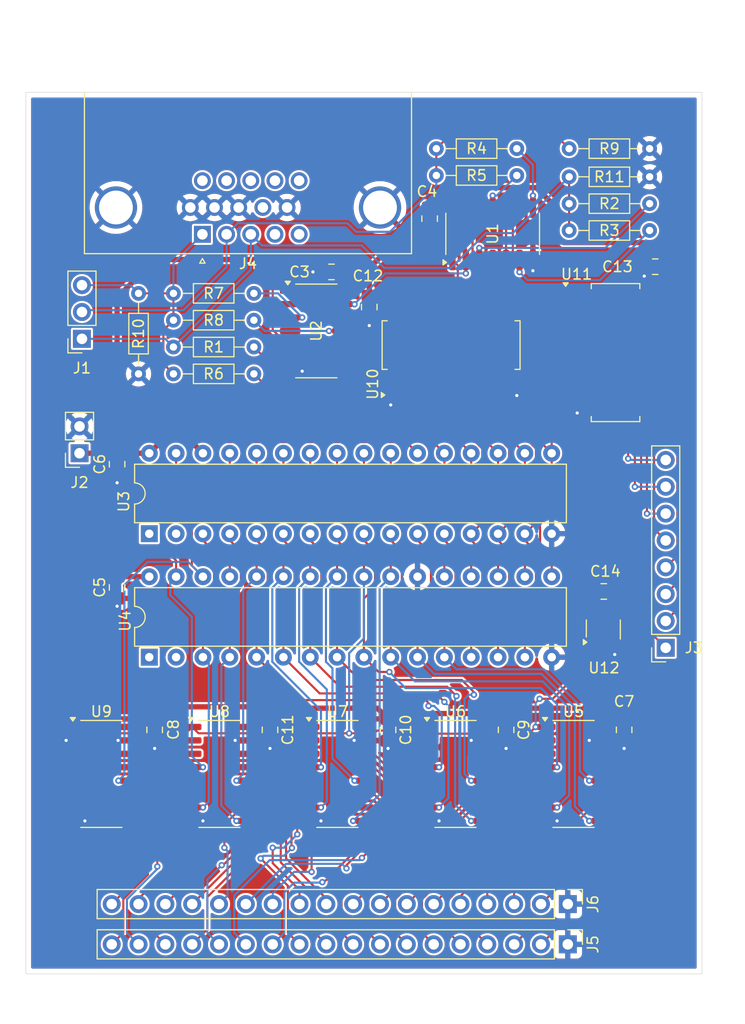
<source format=kicad_pcb>
(kicad_pcb (version 20241229) (generator "pcbnew") (generator_version "9.0")
  (layers (0 "F.Cu" signal) (4 "In1.Cu" signal) (6 "In2.Cu" signal) (2 "B.Cu" signal) (13 "F.Paste" user) (15 "B.Paste" user) (5 "F.SilkS" user "F.Silkscreen") (7 "B.SilkS" user "B.Silkscreen") (1 "F.Mask" user) (3 "B.Mask" user) (25 "Edge.Cuts" user))
  (net 0 "")
  (net 1 "GND")
  (net 2 "VCC")
  (net 3 "/G_OUT")
  (net 4 "/B_OUT")
  (net 5 "/R_OUT")
  (net 6 "Net-(R5-Pad1)")
  (net 7 "Net-(R6-Pad1)")
  (net 8 "Net-(R7-Pad1)")
  (net 9 "Net-(R8-Pad1)")
  (net 10 "/PD_1")
  (net 11 "/PD_0")
  (net 12 "/VA_EN")
  (net 13 "/PD_3")
  (net 14 "/PD_2")
  (net 15 "/PD_4")
  (net 16 "/PD_6")
  (net 17 "/PD_5")
  (net 18 "/PD_7")
  (net 21 "/A3")
  (net 22 "/A2")
  (net 23 "/A6")
  (net 24 "/A8")
  (net 25 "/A10")
  (net 26 "/A16")
  (net 27 "/A1")
  (net 28 "/A14")
  (net 29 "/A0")
  (net 30 "/A15")
  (net 31 "/~{WE}")
  (net 32 "/A11")
  (net 33 "/A12")
  (net 34 "/A13")
  (net 35 "/A9")
  (net 36 "/A5")
  (net 37 "/A4")
  (net 38 "/A7")
  (net 41 "/CPU_A1")
  (net 42 "/CPU_A0")
  (net 43 "/DG_A0")
  (net 44 "/DG_A2")
  (net 45 "/CPU_A3")
  (net 46 "/CPU_A2")
  (net 47 "/DG_A3")
  (net 48 "/~{A_FRONT}")
  (net 49 "/DG_A1")
  (net 50 "/DG_A7")
  (net 51 "/DG_A4")
  (net 52 "/CPU_A4")
  (net 53 "/DG_A6")
  (net 54 "/CPU_A7")
  (net 55 "/DG_A5")
  (net 56 "/CPU_A6")
  (net 57 "/CPU_A5")
  (net 58 "/CPU_A11")
  (net 59 "/DG_A8")
  (net 60 "/DG_A11")
  (net 61 "/DG_A9")
  (net 62 "/CPU_A10")
  (net 63 "/DG_A10")
  (net 64 "/CPU_A8")
  (net 65 "/CPU_A9")
  (net 66 "/CPU_A13")
  (net 67 "/CPU_A12")
  (net 68 "/DG_A12")
  (net 69 "/DG_A14")
  (net 70 "/CPU_A14")
  (net 71 "/CPU_A15")
  (net 72 "/DG_A15")
  (net 73 "/DG_A13")
  (net 75 "/DG_A16")
  (net 78 "/CPU_A16")
  (net 79 "/PDB_1")
  (net 80 "/PDB_0")
  (net 81 "/PDB_3")
  (net 82 "/PDB_2")
  (net 83 "/PDB_4")
  (net 84 "/PDB_6")
  (net 85 "/PDB_5")
  (net 86 "/PDB_7")
  (net 87 "/~{PD_L}")
  (net 88 "Net-(R3-Pad1)")
  (net 89 "Net-(R2-Pad1)")
  (net 90 "Net-(R4-Pad1)")
  (net 91 "Net-(R1-Pad1)")
  (net 100 "/CPU_D3")
  (net 101 "/CPU_D6")
  (net 102 "/CPU_D5")
  (net 103 "/CPU_D7")
  (net 104 "/CPU_D0")
  (net 105 "/A_FRONT")
  (net 106 "/CPU_D1")
  (net 107 "/CPU_R~{W}")
  (net 108 "/CPU_D4")
  (net 109 "/CPU_D2")
  (footprint "Capacitor_SMD:C_0805_2012Metric_Pad1.18x1.45mm_HandSolder" (layer "F.Cu") (at 88.646 97.3035 -90)
    (property "Reference" "C11")
    (property "Value" "100nF")
  )
  (footprint "Package_SO:SO-16_3.9x9.9mm_P1.27mm" (layer "F.Cu") (at 95.031 101.473)
    (property "Reference" "U7")
    (property "Value" "74LS157")
  )
  (footprint "Capacitor_SMD:C_0805_2012Metric_Pad1.18x1.45mm_HandSolder" (layer "F.Cu") (at 74.168 72.1575 -90)
    (property "Reference" "C6")
    (property "Value" "100nF")
  )
  (footprint "Resistor_THT:R_Axial_DIN0204_L3.6mm_D1.6mm_P7.62mm_Horizontal" (layer "F.Cu") (at 87.122 58.5295 180)
    (property "Reference" "R8")
    (property "Value" "R")
  )
  (footprint "Package_SO:SO-16_3.9x9.9mm_P1.27mm" (layer "F.Cu") (at 117.383 101.473)
    (property "Reference" "U5")
    (property "Value" "74LS157")
  )
  (footprint "Resistor_THT:R_Axial_DIN0204_L3.6mm_D1.6mm_P7.62mm_Horizontal" (layer "F.Cu") (at 112.014 42.291 180)
    (property "Reference" "R4")
    (property "Value" "R")
  )
  (footprint "Capacitor_SMD:C_0805_2012Metric_Pad1.18x1.45mm_HandSolder" (layer "F.Cu") (at 122.174 97.3035 -90)
    (property "Reference" "C7")
    (property "Value" "100nF")
  )
  (footprint "Package_SO:SO-20_12.8x7.5mm_P1.27mm" (layer "F.Cu") (at 121.361 61.595)
    (property "Reference" "U11")
    (property "Value" "74HC245")
  )
  (footprint "Package_SO:SO-14_3.9x8.65mm_P1.27mm" (layer "F.Cu") (at 93.029 59.5455)
    (property "Reference" "U2")
    (property "Value" "74LS08")
  )
  (footprint "Capacitor_SMD:C_0805_2012Metric_Pad1.18x1.45mm_HandSolder" (layer "F.Cu") (at 74.168 83.82 -90)
    (property "Reference" "C5")
    (property "Value" "100nF")
  )
  (footprint "Resistor_THT:R_Axial_DIN0204_L3.6mm_D1.6mm_P7.62mm_Horizontal" (layer "F.Cu") (at 87.122 55.9895 180)
    (property "Reference" "R7")
    (property "Value" "R")
  )
  (footprint "Package_DIP:DIP-32_W7.62mm" (layer "F.Cu") (at 77.216 78.74 90)
    (property "Reference" "U3")
    (property "Value" "UM61512")
  )
  (footprint "Resistor_THT:R_Axial_DIN0204_L3.6mm_D1.6mm_P7.62mm_Horizontal" (layer "F.Cu") (at 124.587 44.958 180)
    (property "Reference" "R11")
    (property "Value" "R")
  )
  (footprint "Resistor_THT:R_Axial_DIN0204_L3.6mm_D1.6mm_P7.62mm_Horizontal" (layer "F.Cu") (at 87.122 63.6095 180)
    (property "Reference" "R6")
    (property "Value" "R")
  )
  (footprint "Resistor_THT:R_Axial_DIN0204_L3.6mm_D1.6mm_P7.62mm_Horizontal" (layer "F.Cu") (at 112.014 44.831 180)
    (property "Reference" "R5")
    (property "Value" "R")
  )
  (footprint "Capacitor_SMD:C_0805_2012Metric_Pad1.18x1.45mm_HandSolder" (layer "F.Cu") (at 120.2475 84.201)
    (property "Reference" "C14")
    (property "Value" "100nF")
  )
  (footprint "Package_SO:SO-20_12.8x7.5mm_P1.27mm" (layer "F.Cu") (at 105.791 60.884 90)
    (property "Reference" "U10")
    (property "Value" "74HCT574")
  )
  (footprint "Connector_PinHeader_2.54mm:PinHeader_1x18_P2.54mm_Vertical" (layer "F.Cu") (at 116.84 113.792 -90)
    (property "Reference" "J6")
    (property "Value" "Conn_01x18_Socket")
  )
  (footprint "Capacitor_SMD:C_0805_2012Metric_Pad1.18x1.45mm_HandSolder" (layer "F.Cu") (at 94.4665 53.9575 180)
    (property "Reference" "C3")
    (property "Value" "100nF")
  )
  (footprint "Package_SO:SO-16_3.9x9.9mm_P1.27mm" (layer "F.Cu") (at 72.679 101.473)
    (property "Reference" "U9")
    (property "Value" "74LS157")
  )
  (footprint "Package_SO:SO-16_3.9x9.9mm_P1.27mm" (layer "F.Cu") (at 83.855 101.473)
    (property "Reference" "U8")
    (property "Value" "74LS157")
  )
  (footprint "Resistor_THT:R_Axial_DIN0204_L3.6mm_D1.6mm_P7.62mm_Horizontal" (layer "F.Cu") (at 124.587 47.498 180)
    (property "Reference" "R2")
    (property "Value" "R")
  )
  (footprint "Package_SO:SO-16_3.9x9.9mm_P1.27mm" (layer "F.Cu") (at 106.207 101.473)
    (property "Reference" "U6")
    (property "Value" "74LS157")
  )
  (footprint "Connector_PinSocket_2.54mm:PinSocket_1x08_P2.54mm_Vertical" (layer "F.Cu") (at 126.111 89.535 180)
    (property "Reference" "J3")
    (property "Value" "Conn_01x08_Socket")
  )
  (footprint "Connector_PinHeader_2.54mm:PinHeader_1x18_P2.54mm_Vertical" (layer "F.Cu") (at 116.84 117.602 -90)
    (property "Reference" "J5")
    (property "Value" "Conn_01x18_Socket")
  )
  (footprint "Capacitor_SMD:C_0805_2012Metric_Pad1.18x1.45mm_HandSolder" (layer "F.Cu") (at 110.998 97.3035 -90)
    (property "Reference" "C9")
    (property "Value" "100nF")
  )
  (footprint "Connector_Dsub:DSUB-15-HD_Socket_Horizontal_P2.29x2.54mm_EdgePinOffset8.35mm_Housed_MountingHolesOffset10.89mm" (layer "F.Cu") (at 82.245 50.4015 180)
    (property "Reference" "J4")
    (property "Value" "DE15_Socket_HighDensity_MountingHoles")
  )
  (footprint "Package_DIP:DIP-32_W7.62mm" (layer "F.Cu") (at 77.216 90.424 90)
    (property "Reference" "U4")
    (property "Value" "UM61512")
  )
  (footprint "Connector_PinSocket_2.54mm:PinSocket_1x03_P2.54mm_Vertical" (layer "F.Cu") (at 70.841 60.2925 180)
    (property "Reference" "J1")
    (property "Value" "Conn_01x03_Socket")
  )
  (footprint "Capacitor_SMD:C_0805_2012Metric_Pad1.18x1.45mm_HandSolder" (layer "F.Cu") (at 125.1165 53.467 180)
    (property "Reference" "C13")
    (property "Value" "100nF")
  )
  (footprint "Capacitor_SMD:C_0805_2012Metric_Pad1.18x1.45mm_HandSolder" (layer "F.Cu") (at 77.724 97.3035 -90)
    (property "Reference" "C8")
    (property "Value" "100nF")
  )
  (footprint "Capacitor_SMD:C_0805_2012Metric_Pad1.18x1.45mm_HandSolder" (layer "F.Cu") (at 98.044 57.281 -90)
    (property "Reference" "C12")
    (property "Value" "100nF")
  )
  (footprint "Connector_PinSocket_2.54mm:PinSocket_1x02_P2.54mm_Vertical" (layer "F.Cu") (at 70.612 71.12 180)
    (property "Reference" "J2")
    (property "Value" "Conn_01x02_Socket")
  )
  (footprint "Package_SO:SO-14_3.9x8.65mm_P1.27mm" (layer "F.Cu") (at 109.728 50.357 90)
    (property "Reference" "U1")
    (property "Value" "74LS08")
  )
  (footprint "Capacitor_SMD:C_0805_2012Metric_Pad1.18x1.45mm_HandSolder" (layer "F.Cu") (at 103.759 48.9165 -90)
    (property "Reference" "C4")
    (property "Value" "100nF")
  )
  (footprint "Capacitor_SMD:C_0805_2012Metric_Pad1.18x1.45mm_HandSolder" (layer "F.Cu") (at 99.822 97.3035 -90)
    (property "Reference" "C10")
    (property "Value" "100nF")
  )
  (footprint "Resistor_THT:R_Axial_DIN0204_L3.6mm_D1.6mm_P7.62mm_Horizontal" (layer "F.Cu") (at 124.587 42.291 180)
    (property "Reference" "R9")
    (property "Value" "R")
  )
  (footprint "Package_TO_SOT_SMD:SOT-23-5_HandSoldering" (layer "F.Cu") (at 120.203 87.804 90)
    (property "Reference" "U12")
    (property "Value" "74AHC1GU04")
  )
  (footprint "Resistor_THT:R_Axial_DIN0204_L3.6mm_D1.6mm_P7.62mm_Horizontal" (layer "F.Cu") (at 76.2 63.6095 90)
    (property "Reference" "R10")
    (property "Value" "R")
  )
  (footprint "Resistor_THT:R_Axial_DIN0204_L3.6mm_D1.6mm_P7.62mm_Horizontal" (layer "F.Cu") (at 124.587 50.038 180)
    (property "Reference" "R3")
    (property "Value" "R")
  )
  (footprint "Resistor_THT:R_Axial_DIN0204_L3.6mm_D1.6mm_P7.62mm_Horizontal" (layer "F.Cu") (at 87.122 61.0695 180)
    (property "Reference" "R1")
    (property "Value" "R")
  )
  (gr_rect (start 65.532 36.957) (end 129.54 120.396) (stroke (width 0.05)) (fill no) (layer "Edge.Cuts"))
  (segment (start 111.989 65.634) (end 112.014 65.659) (width 0.5) (layer "F.Cu") (net 1))
  (segment (start 90.554 63.3555) (end 91.694 63.3555) (width 0.5) (layer "F.Cu") (net 1))
  (segment (start 99.822 98.341) (end 99.822 99.06) (width 0.5) (layer "F.Cu") (net 1))
  (segment (start 81.28 105.918) (end 82.296 105.918) (width 0.5) (layer "F.Cu") (net 1))
  (segment (start 108.782 98.298) (end 107.696 98.298) (width 0.5) (layer "F.Cu") (net 1))
  (segment (start 77.724 98.341) (end 77.724 99.06) (width 0.5) (layer "F.Cu") (net 1))
  (segment (start 100.076 65.634) (end 100.076 66.548) (width 0.5) (layer "F.Cu") (net 1))
  (segment (start 116.611 67.31) (end 117.729 67.31) (width 0.5) (layer "F.Cu") (net 1))
  (segment (start 110.998 98.341) (end 110.998 99.06) (width 0.5) (layer "F.Cu") (net 1))
  (segment (start 92.456 105.918) (end 93.472 105.918) (width 0.5) (layer "F.Cu") (net 1))
  (segment (start 70.104 98.298) (end 69.342 98.298) (width 0.5) (layer "F.Cu") (net 1))
  (segment (start 119.958 98.298) (end 118.872 98.298) (width 0.5) (layer "F.Cu") (net 1))
  (segment (start 121.153 89.154) (end 121.153 90.038) (width 0.5) (layer "F.Cu") (net 1))
  (segment (start 75.254 98.298) (end 74.26 98.298) (width 0.5) (layer "F.Cu") (net 1))
  (segment (start 74.168 84.8575) (end 74.168 85.598) (width 0.5) (layer "F.Cu") (net 1))
  (segment (start 74.168 73.195) (end 74.168 73.914) (width 0.5) (layer "F.Cu") (net 1))
  (segment (start 122.174 98.341) (end 122.174 99.06) (width 0.5) (layer "F.Cu") (net 1))
  (segment (start 98.044 58.3185) (end 98.044 59.0375) (width 0.5) (layer "F.Cu") (net 1))
  (segment (start 86.43 98.298) (end 85.344 98.298) (width 0.5) (layer "F.Cu") (net 1))
  (segment (start 70.104 105.918) (end 71.12 105.918) (width 0.5) (layer "F.Cu") (net 1))
  (segment (start 111.506 65.634) (end 111.989 65.634) (width 0.5) (layer "F.Cu") (net 1))
  (segment (start 121.153 90.038) (end 121.285 90.17) (width 0.5) (layer "F.Cu") (net 1))
  (segment (start 103.632 105.918) (end 104.648 105.918) (width 0.5) (layer "F.Cu") (net 1))
  (segment (start 97.606 98.298) (end 96.612 98.298) (width 0.5) (layer "F.Cu") (net 1))
  (segment (start 88.646 98.341) (end 88.646 99.06) (width 0.5) (layer "F.Cu") (net 1))
  (segment (start 114.808 105.918) (end 115.824 105.918) (width 0.5) (layer "F.Cu") (net 1))
  (segment (start 113.538 52.832) (end 113.538 53.848) (width 0.5) (layer "F.Cu") (net 1))
  (segment (start 124.079 53.467) (end 124.079 54.356) (width 0.5) (layer "F.Cu") (net 1))
  (via (at 115.824 105.918) (size 0.6) (drill 0.3) (layers "F.Cu" "B.Cu") (net 1))
  (via (at 118.872 98.298) (size 0.6) (drill 0.3) (layers "F.Cu" "B.Cu") (net 1))
  (via (at 85.344 98.298) (size 0.6) (drill 0.3) (layers "F.Cu" "B.Cu") (net 1))
  (via (at 113.538 53.848) (size 0.6) (drill 0.3) (layers "F.Cu" "B.Cu") (net 1))
  (via (at 92.71 53.9575) (size 0.6) (drill 0.3) (layers "F.Cu" "B.Cu") (net 1))
  (via (at 117.729 67.31) (size 0.6) (drill 0.3) (layers "F.Cu" "B.Cu") (net 1))
  (via (at 96.612 98.298) (size 0.6) (drill 0.3) (layers "F.Cu" "B.Cu") (net 1))
  (via (at 122.174 99.06) (size 0.6) (drill 0.3) (layers "F.Cu" "B.Cu") (net 1))
  (via (at 93.472 105.918) (size 0.6) (drill 0.3) (layers "F.Cu" "B.Cu") (net 1))
  (via (at 100.076 66.548) (size 0.6) (drill 0.3) (layers "F.Cu" "B.Cu") (net 1))
  (via (at 107.696 98.298) (size 0.6) (drill 0.3) (layers "F.Cu" "B.Cu") (net 1))
  (via (at 74.168 73.914) (size 0.6) (drill 0.3) (layers "F.Cu" "B.Cu") (net 1))
  (via (at 99.822 99.06) (size 0.6) (drill 0.3) (layers "F.Cu" "B.Cu") (net 1))
  (via (at 82.296 105.918) (size 0.6) (drill 0.3) (layers "F.Cu" "B.Cu") (net 1))
  (via (at 88.646 99.06) (size 0.6) (drill 0.3) (layers "F.Cu" "B.Cu") (net 1))
  (via (at 124.079 54.356) (size 0.6) (drill 0.3) (layers "F.Cu" "B.Cu") (net 1))
  (via (at 121.285 90.17) (size 0.6) (drill 0.3) (layers "F.Cu" "B.Cu") (net 1))
  (via (at 110.998 99.06) (size 0.6) (drill 0.3) (layers "F.Cu" "B.Cu") (net 1))
  (via (at 74.168 85.598) (size 0.6) (drill 0.3) (layers "F.Cu" "B.Cu") (net 1))
  (via (at 71.12 105.918) (size 0.6) (drill 0.3) (layers "F.Cu" "B.Cu") (net 1))
  (via (at 98.044 59.0375) (size 0.6) (drill 0.3) (layers "F.Cu" "B.Cu") (net 1))
  (via (at 69.342 98.298) (size 0.6) (drill 0.3) (layers "F.Cu" "B.Cu") (net 1))
  (via (at 77.724 99.06) (size 0.6) (drill 0.3) (layers "F.Cu" "B.Cu") (net 1))
  (via (at 91.694 63.3555) (size 0.6) (drill 0.3) (layers "F.Cu" "B.Cu") (net 1))
  (via (at 104.648 105.918) (size 0.6) (drill 0.3) (layers "F.Cu" "B.Cu") (net 1))
  (via (at 74.26 98.298) (size 0.6) (drill 0.3) (layers "F.Cu" "B.Cu") (net 1))
  (via (at 112.014 65.659) (size 0.6) (drill 0.3) (layers "F.Cu" "B.Cu") (net 1))
  (segment (start 115.816 47.951925) (end 115.816 50.51476) (width 0.5) (layer "F.Cu") (net 2))
  (segment (start 72.898 95.504) (end 73.66 96.266) (width 0.5) (layer "F.Cu") (net 2))
  (segment (start 98.368 96.266) (end 97.606 97.028) (width 0.5) (layer "F.Cu") (net 2))
  (segment (start 89.662 95.25) (end 98.806 95.25) (width 0.5) (layer "F.Cu") (net 2))
  (segment (start 70.612 71.12) (end 74.168 71.12) (width 0.5) (layer "F.Cu") (net 2))
  (segment (start 103.343619 95.785513) (end 103.965769 95.785513) (width 0.5) (layer "F.Cu") (net 2))
  (segment (start 72.992 81.6065) (end 72.992 72.296) (width 0.5) (layer "F.Cu") (net 2))
  (segment (start 72.898 95.504) (end 72.898 84.0525) (width 0.5) (layer "F.Cu") (net 2))
  (segment (start 98.806 95.25) (end 99.822 96.266) (width 0.5) (layer "F.Cu") (net 2))
  (segment (start 121.285 96.266) (end 122.174 96.266) (width 0.5) (layer "F.Cu") (net 2))
  (segment (start 119.21 86.163122) (end 119.21 84.201) (width 0.5) (layer "F.Cu") (net 2))
  (segment (start 99.822 96.266) (end 98.368 96.266) (width 0.5) (layer "F.Cu") (net 2))
  (segment (start 98.044 56.2435) (end 98.044 53.594) (width 0.5) (layer "F.Cu") (net 2))
  (segment (start 75.254 97.028) (end 75.946 97.028) (width 0.5) (layer "F.Cu") (net 2))
  (segment (start 95.504 53.9575) (end 98.044 53.9575) (width 0.5) (layer "F.Cu") (net 2))
  (segment (start 72.898 84.0525) (end 74.168 82.7825) (width 0.5) (layer "F.Cu") (net 2))
  (segment (start 122.174 96.266) (end 122.174 88.522878) (width 0.5) (layer "F.Cu") (net 2))
  (segment (start 74.168 71.12) (end 74.168 56.39374) (width 0.5) (layer "F.Cu") (net 2))
  (segment (start 108.782 97.028) (end 109.093 97.028) (width 0.5) (layer "F.Cu") (net 2))
  (segment (start 110.998 96.266) (end 112.014 95.25) (width 0.5) (layer "F.Cu") (net 2))
  (segment (start 74.168 82.7825) (end 72.992 81.6065) (width 0.5) (layer "F.Cu") (net 2))
  (segment (start 105.653 45.985) (end 113.849075 45.985) (width 0.5) (layer "F.Cu") (net 2))
  (segment (start 98.044 56.2435) (end 98.044 53.9575) (width 0.5) (layer "F.Cu") (net 2))
  (segment (start 120.523 97.028) (end 121.285 96.266) (width 0.5) (layer "F.Cu") (net 2))
  (segment (start 77.724 95.504) (end 78.105 95.123) (width 0.5) (layer "F.Cu") (net 2))
  (segment (start 82.296 71.12) (end 81.045 69.869) (width 0.5) (layer "F.Cu") (net 2))
  (segment (start 126.154 55.837) (end 126.111 55.88) (width 0.5) (layer "F.Cu") (net 2))
  (segment (start 103.759 47.879) (end 105.915 47.879) (width 0.5) (layer "F.Cu") (net 2))
  (segment (start 124.722 51.189) (end 126.154 52.621) (width 0.5) (layer "F.Cu") (net 2))
  (segment (start 103.993282 95.758) (end 110.49 95.758) (width 0.5) (layer "F.Cu") (net 2))
  (segment (start 95.504 53.9575) (end 95.504 55.7355) (width 0.5) (layer "F.Cu") (net 2))
  (segment (start 119.21 84.201) (end 119.21 86.411) (width 0.5) (layer "F.Cu") (net 2))
  (segment (start 121.574122 87.923) (end 120.969878 87.923) (width 0.5) (layer "F.Cu") (net 2))
  (segment (start 120.969878 87.923) (end 119.21 86.163122) (width 0.5) (layer "F.Cu") (net 2))
  (segment (start 119.958 97.028) (end 120.523 97.028) (width 0.5) (layer "F.Cu") (net 2))
  (segment (start 99.889 56.2435) (end 100.076 56.4305) (width 0.5) (layer "F.Cu") (net 2))
  (segment (start 77.78024 52.7815) (end 94.328 52.7815) (width 0.5) (layer "F.Cu") (net 2))
  (segment (start 98.044 53.594) (end 103.759 47.879) (width 0.5) (layer "F.Cu") (net 2))
  (segment (start 74.1895 82.804) (end 74.168 82.7825) (width 0.5) (layer "F.Cu") (net 2))
  (segment (start 110.49 95.758) (end 110.998 96.266) (width 0.5) (layer "F.Cu") (net 2))
  (segment (start 105.915 47.879) (end 105.918 47.882) (width 0.5) (layer "F.Cu") (net 2))
  (segment (start 78.467 69.869) (end 77.216 71.12) (width 0.5) (layer "F.Cu") (net 2))
  (segment (start 116.49024 51.189) (end 124.722 51.189) (width 0.5) (layer "F.Cu") (net 2))
  (segment (start 88.646 96.266) (end 87.192 96.266) (width 0.5) (layer "F.Cu") (net 2))
  (segment (start 113.849075 45.985) (end 115.816 47.951925) (width 0.5) (layer "F.Cu") (net 2))
  (segment (start 98.044 56.2435) (end 99.889 56.2435) (width 0.5) (layer "F.Cu") (net 2))
  (segment (start 73.66 96.266) (end 77.724 96.266) (width 0.5) (layer "F.Cu") (net 2))
  (segment (start 103.759 47.879) (end 105.653 45.985) (width 0.5) (layer "F.Cu") (net 2))
  (segment (start 126.154 52.621) (end 126.154 53.467) (width 0.5) (layer "F.Cu") (net 2))
  (segment (start 81.045 69.869) (end 78.467 69.869) (width 0.5) (layer "F.Cu") (net 2))
  (segment (start 119.21 86.411) (end 119.253 86.454) (width 0.5) (layer "F.Cu") (net 2))
  (segment (start 72.992 72.296) (end 74.168 71.12) (width 0.5) (layer "F.Cu") (net 2))
  (segment (start 88.646 96.266) (end 89.662 95.25) (width 0.5) (layer "F.Cu") (net 2))
  (segment (start 103.965769 95.785513) (end 103.993282 95.758) (width 0.5) (layer "F.Cu") (net 2))
  (segment (start 99.822 96.266) (end 100.33 95.758) (width 0.5) (layer "F.Cu") (net 2))
  (segment (start 76.708 96.266) (end 77.724 96.266) (width 0.5) (layer "F.Cu") (net 2))
  (segment (start 103.316106 95.758) (end 103.343619 95.785513) (width 0.5) (layer "F.Cu") (net 2))
  (segment (start 74.168 56.39374) (end 77.78024 52.7815) (width 0.5) (layer "F.Cu") (net 2))
  (segment (start 126.154 53.467) (end 126.154 55.837) (width 0.5) (layer "F.Cu") (net 2))
  (segment (start 109.093 97.028) (end 109.855 96.266) (width 0.5) (layer "F.Cu") (net 2))
  (segment (start 77.216 71.12) (end 74.168 71.12) (width 0.5) (layer "F.Cu") (net 2))
  (segment (start 75.946 97.028) (end 76.708 96.266) (width 0.5) (layer "F.Cu") (net 2))
  (segment (start 109.855 96.266) (end 110.998 96.266) (width 0.5) (layer "F.Cu") (net 2))
  (segment (start 112.014 95.25) (end 121.158 95.25) (width 0.5) (layer "F.Cu") (net 2))
  (segment (start 77.724 96.266) (end 77.724 95.504) (width 0.5) (layer "F.Cu") (net 2))
  (segment (start 94.328 52.7815) (end 95.504 53.9575) (width 0.5) (layer "F.Cu") (net 2))
  (segment (start 115.816 50.51476) (end 116.49024 51.189) (width 0.5) (layer "F.Cu") (net 2))
  (segment (start 87.503 95.123) (end 88.646 96.266) (width 0.5) (layer "F.Cu") (net 2))
  (segment (start 121.158 95.25) (end 122.174 96.266) (width 0.5) (layer "F.Cu") (net 2))
  (segment (start 78.105 95.123) (end 87.503 95.123) (width 0.5) (layer "F.Cu") (net 2))
  (segment (start 122.174 88.522878) (end 121.574122 87.923) (width 0.5) (layer "F.Cu") (net 2))
  (segment (start 77.216 82.804) (end 74.1895 82.804) (width 0.5) (layer "F.Cu") (net 2))
  (segment (start 87.192 96.266) (end 86.43 97.028) (width 0.5) (layer "F.Cu") (net 2))
  (segment (start 100.33 95.758) (end 103.316106 95.758) (width 0.5) (layer "F.Cu") (net 2))
  (segment (start 104.394 44.831) (end 104.394 42.291) (width 0.2) (layer "F.Cu") (net 3))
  (segment (start 104.394 42.291) (end 105.345 41.34) (width 0.2) (layer "F.Cu") (net 3))
  (segment (start 105.345 41.34) (end 116.016 41.34) (width 0.2) (layer "F.Cu") (net 3))
  (segment (start 116.016 41.34) (end 116.967 42.291) (width 0.2) (layer "F.Cu") (net 3))
  (segment (start 104.394 45.781606) (end 100.013106 50.1625) (width 0.2) (layer "B.Cu") (net 3))
  (segment (start 71.015 57.5785) (end 70.841 57.7525) (width 0.2) (layer "B.Cu") (net 3))
  (segment (start 96.789 50.1625) (end 95.977 49.3505) (width 0.2) (layer "B.Cu") (net 3))
  (segment (start 104.394 44.831) (end 104.394 45.781606) (width 0.2) (layer "B.Cu") (net 3))
  (segment (start 84.535 50.4015) (end 85.586 49.3505) (width 0.2) (layer "B.Cu") (net 3))
  (segment (start 100.013106 50.1625) (end 96.789 50.1625) (width 0.2) (layer "B.Cu") (net 3))
  (segment (start 84.535 50.4015) (end 84.535 53.4965) (width 0.2) (layer "B.Cu") (net 3))
  (segment (start 80.453 57.5785) (end 71.015 57.5785) (width 0.2) (layer "B.Cu") (net 3))
  (segment (start 85.586 49.3505) (end 95.977 49.3505) (width 0.2) (layer "B.Cu") (net 3))
  (segment (start 84.535 53.4965) (end 80.453 57.5785) (width 0.2) (layer "B.Cu") (net 3))
  (segment (start 116.967 47.498) (end 116.967 44.958) (width 0.2) (layer "F.Cu") (net 4))
  (segment (start 116.967 47.498) (end 116.967 50.038) (width 0.2) (layer "F.Cu") (net 4))
  (segment (start 97.317 51.4525) (end 99.44975 53.58525) (width 0.2) (layer "B.Cu") (net 4))
  (segment (start 109.084384 50.283384) (end 105.782518 53.58525) (width 0.2) (layer "B.Cu") (net 4))
  (segment (start 87.876 51.4525) (end 97.317 51.4525) (width 0.2) (layer "B.Cu") (net 4))
  (segment (start 78.725 60.2925) (end 79.502 61.0695) (width 0.2) (layer "B.Cu") (net 4))
  (segment (start 111.641616 50.283384) (end 109.084384 50.283384) (width 0.2) (layer "B.Cu") (net 4))
  (segment (start 105.782518 53.58525) (end 99.44975 53.58525) (width 0.2) (layer "B.Cu") (net 4))
  (segment (start 70.841 60.2925) (end 78.725 60.2925) (width 0.2) (layer "B.Cu") (net 4))
  (segment (start 79.502 61.0695) (end 86.825 53.7465) (width 0.2) (layer "B.Cu") (net 4))
  (segment (start 86.825 50.4015) (end 87.876 51.4525) (width 0.2) (layer "B.Cu") (net 4))
  (segment (start 86.825 53.7465) (end 86.825 50.4015) (width 0.2) (layer "B.Cu") (net 4))
  (segment (start 116.967 44.958) (end 111.641616 50.283384) (width 0.2) (layer "B.Cu") (net 4))
  (segment (start 78.551 62.6585) (end 78.551 59.4805) (width 0.2) (layer "F.Cu") (net 5))
  (segment (start 79.502 58.5295) (end 79.502 55.9895) (width 0.2) (layer "F.Cu") (net 5))
  (segment (start 79.502 55.9895) (end 76.2 55.9895) (width 0.2) (layer "F.Cu") (net 5))
  (segment (start 79.502 63.6095) (end 78.551 62.6585) (width 0.2) (layer "F.Cu") (net 5))
  (segment (start 78.551 59.4805) (end 79.502 58.5295) (width 0.2) (layer "F.Cu") (net 5))
  (segment (start 79.502 55.9895) (end 79.502 53.1445) (width 0.2) (layer "B.Cu") (net 5))
  (segment (start 70.841 55.2125) (end 75.423 55.2125) (width 0.2) (layer "B.Cu") (net 5))
  (segment (start 75.423 55.2125) (end 76.2 55.9895) (width 0.2) (layer "B.Cu") (net 5))
  (segment (start 79.502 53.1445) (end 82.245 50.4015) (width 0.2) (layer "B.Cu") (net 5))
  (segment (start 109.728 47.882) (end 109.728 46.736) (width 0.2) (layer "F.Cu") (net 6))
  (via (at 109.728 46.736) (size 0.6) (drill 0.3) (layers "F.Cu" "B.Cu") (net 6))
  (segment (start 109.728 46.736) (end 110.109 46.736) (width 0.2) (layer "B.Cu") (net 6))
  (segment (start 110.109 46.736) (end 112.014 44.831) (width 0.2) (layer "B.Cu") (net 6))
  (segment (start 87.822 64.3095) (end 94.55 64.3095) (width 0.2) (layer "F.Cu") (net 7))
  (segment (start 94.55 64.3095) (end 95.504 63.3555) (width 0.2) (layer "F.Cu") (net 7))
  (segment (start 87.122 63.6095) (end 87.822 64.3095) (width 0.2) (layer "F.Cu") (net 7))
  (segment (start 90.554 58.2755) (end 91.694 58.2755) (width 0.2) (layer "F.Cu") (net 8))
  (via (at 91.694 58.2755) (size 0.6) (drill 0.3) (layers "F.Cu" "B.Cu") (net 8))
  (segment (start 89.408 55.9895) (end 91.694 58.2755) (width 0.2) (layer "B.Cu") (net 8))
  (segment (start 87.122 55.9895) (end 89.408 55.9895) (width 0.2) (layer "B.Cu") (net 8))
  (segment (start 94.234 59.5455) (end 95.504 59.5455) (width 0.2) (layer "F.Cu") (net 9))
  (via (at 94.234 59.5455) (size 0.6) (drill 0.3) (layers "F.Cu" "B.Cu") (net 9))
  (segment (start 88.138 59.5455) (end 94.234 59.5455) (width 0.2) (layer "B.Cu") (net 9))
  (segment (start 87.122 58.5295) (end 88.138 59.5455) (width 0.2) (layer "B.Cu") (net 9))
  (segment (start 110.236 84.871) (end 110.236 86.36) (width 0.2) (layer "F.Cu") (net 10))
  (segment (start 110.236 78.74) (end 110.236 79.367491) (width 0.2) (layer "F.Cu") (net 10))
  (segment (start 111.287 80.418491) (end 111.287 83.82) (width 0.2) (layer "F.Cu") (net 10))
  (segment (start 111.287 77.689) (end 110.236 78.74) (width 0.2) (layer "F.Cu") (net 10))
  (segment (start 111.287 70.684661) (end 111.287 77.689) (width 0.2) (layer "F.Cu") (net 10))
  (segment (start 110.236 79.367491) (end 111.287 80.418491) (width 0.2) (layer "F.Cu") (net 10))
  (segment (start 111.287 83.82) (end 110.236 84.871) (width 0.2) (layer "F.Cu") (net 10))
  (segment (start 106.426 65.634) (end 106.426 65.823661) (width 0.2) (layer "F.Cu") (net 10))
  (segment (start 106.426 65.823661) (end 111.287 70.684661) (width 0.2) (layer "F.Cu") (net 10))
  (segment (start 106.426 65.184) (end 109.38 62.23) (width 0.2) (layer "F.Cu") (net 10))
  (segment (start 110.236 86.36) (end 110.236 90.424) (width 0.2) (layer "F.Cu") (net 10))
  (segment (start 106.426 65.634) (end 106.426 65.184) (width 0.2) (layer "F.Cu") (net 10))
  (segment (start 109.38 62.23) (end 116.611 62.23) (width 0.2) (layer "F.Cu") (net 10))
  (segment (start 108.747 80.418491) (end 108.747 83.82) (width 0.2) (layer "F.Cu") (net 11))
  (segment (start 109.38 59.69) (end 116.611 59.69) (width 0.2) (layer "F.Cu") (net 11))
  (segment (start 103.886 65.634) (end 103.886 65.184) (width 0.2) (layer "F.Cu") (net 11))
  (segment (start 108.747 70.684661) (end 108.747 77.689) (width 0.2) (layer "F.Cu") (net 11))
  (segment (start 103.886 65.184) (end 109.38 59.69) (width 0.2) (layer "F.Cu") (net 11))
  (segment (start 107.696 84.871) (end 107.696 90.424) (width 0.2) (layer "F.Cu") (net 11))
  (segment (start 108.747 83.82) (end 107.696 84.871) (width 0.2) (layer "F.Cu") (net 11))
  (segment (start 103.886 65.634) (end 103.886 65.823661) (width 0.2) (layer "F.Cu") (net 11))
  (segment (start 107.696 78.74) (end 107.696 79.367491) (width 0.2) (layer "F.Cu") (net 11))
  (segment (start 107.696 79.367491) (end 108.747 80.418491) (width 0.2) (layer "F.Cu") (net 11))
  (segment (start 103.886 65.823661) (end 108.747 70.684661) (width 0.2) (layer "F.Cu") (net 11))
  (segment (start 108.747 77.689) (end 107.696 78.74) (width 0.2) (layer "F.Cu") (net 11))
  (segment (start 95.504 57.0055) (end 96.6295 57.0055) (width 0.2) (layer "F.Cu") (net 12))
  (segment (start 95.504 57.0055) (end 93.370256 57.0055) (width 0.2) (layer "F.Cu") (net 12))
  (segment (start 91.211256 54.8465) (end 89.408 54.8465) (width 0.2) (layer "F.Cu") (net 12))
  (segment (start 107.188 54.102) (end 107.188 52.832) (width 0.2) (layer "F.Cu") (net 12))
  (segment (start 96.6295 57.0055) (end 96.647 57.023) (width 0.2) (layer "F.Cu") (net 12))
  (segment (start 90.554 60.8155) (end 95.504 60.8155) (width 0.2) (layer "F.Cu") (net 12))
  (segment (start 110.998 52.832) (end 110.998 47.882) (width 0.2) (layer "F.Cu") (net 12))
  (segment (start 88.9 57.5135) (end 88.9 59.437756) (width 0.2) (layer "F.Cu") (net 12))
  (segment (start 89.408 54.8465) (end 88.9 55.3545) (width 0.2) (layer "F.Cu") (net 12))
  (segment (start 107.188 52.832) (end 107.188 47.882) (width 0.2) (layer "F.Cu") (net 12))
  (segment (start 89.579001 57.0055) (end 90.554 57.0055) (width 0.2) (layer "F.Cu") (net 12))
  (segment (start 90.277744 60.8155) (end 90.554 60.8155) (width 0.2) (layer "F.Cu") (net 12))
  (segment (start 89.408 57.0055) (end 88.9 57.5135) (width 0.2) (layer "F.Cu") (net 12))
  (segment (start 88.9 56.326499) (end 89.579001 57.0055) (width 0.2) (layer "F.Cu") (net 12))
  (segment (start 93.370256 57.0055) (end 91.211256 54.8465) (width 0.2) (layer "F.Cu") (net 12))
  (segment (start 90.554 57.0055) (end 89.408 57.0055) (width 0.2) (layer "F.Cu") (net 12))
  (segment (start 88.9 59.437756) (end 90.277744 60.8155) (width 0.2) (layer "F.Cu") (net 12))
  (segment (start 88.9 55.3545) (end 88.9 56.326499) (width 0.2) (layer "F.Cu") (net 12))
  (via (at 107.188 54.102) (size 0.6) (drill 0.3) (layers "F.Cu" "B.Cu") (net 12))
  (via (at 96.647 57.023) (size 0.6) (drill 0.3) (layers "F.Cu" "B.Cu") (net 12))
  (segment (start 96.647 57.023) (end 96.647 56.990888) (width 0.2) (layer "B.Cu") (net 12))
  (segment (start 96.647 56.990888) (end 99.535888 54.102) (width 0.2) (layer "B.Cu") (net 12))
  (segment (start 99.535888 54.102) (end 107.188 54.102) (width 0.2) (layer "B.Cu") (net 12))
  (segment (start 115.316 71.12) (end 115.316 66.885) (width 0.2) (layer "F.Cu") (net 13))
  (segment (start 115.316 80.772) (end 115.316 82.804) (width 0.2) (layer "F.Cu") (net 13))
  (segment (start 115.316 66.885) (end 116.161 66.04) (width 0.2) (layer "F.Cu") (net 13))
  (segment (start 114.215 79.671) (end 115.316 80.772) (width 0.2) (layer "F.Cu") (net 13))
  (segment (start 116.161 66.04) (end 116.611 66.04) (width 0.2) (layer "F.Cu") (net 13))
  (segment (start 110.236 66.04) (end 115.316 71.12) (width 0.2) (layer "F.Cu") (net 13))
  (segment (start 115.316 71.12) (end 115.316 76.708) (width 0.2) (layer "F.Cu") (net 13))
  (segment (start 115.316 76.708) (end 114.215 77.809) (width 0.2) (layer "F.Cu") (net 13))
  (segment (start 110.236 65.634) (end 110.236 66.04) (width 0.2) (layer "F.Cu") (net 13))
  (segment (start 114.215 77.809) (end 114.215 79.671) (width 0.2) (layer "F.Cu") (net 13))
  (segment (start 113.827 80.418491) (end 113.827 83.82) (width 0.2) (layer "F.Cu") (net 14))
  (segment (start 113.827 83.82) (end 112.7935 84.8535) (width 0.2) (layer "F.Cu") (net 14))
  (segment (start 112.776 84.871) (end 112.776 90.424) (width 0.2) (layer "F.Cu") (net 14))
  (segment (start 108.966 65.634) (end 108.966 65.823661) (width 0.2) (layer "F.Cu") (net 14))
  (segment (start 112.776 79.367491) (end 113.827 80.418491) (width 0.2) (layer "F.Cu") (net 14))
  (segment (start 113.827 77.689) (end 112.776 78.74) (width 0.2) (layer "F.Cu") (net 14))
  (segment (start 108.966 65.823661) (end 113.827 70.684661) (width 0.2) (layer "F.Cu") (net 14))
  (segment (start 116.424 64.583) (end 116.611 64.77) (width 0.2) (layer "F.Cu") (net 14))
  (segment (start 108.966 65.184) (end 109.567 64.583) (width 0.2) (layer "F.Cu") (net 14))
  (segment (start 112.7935 84.8535) (end 112.776 84.871) (width 0.2) (layer "F.Cu") (net 14))
  (segment (start 108.966 65.634) (end 108.966 65.184) (width 0.2) (layer "F.Cu") (net 14))
  (segment (start 109.567 64.583) (end 116.424 64.583) (width 0.2) (layer "F.Cu") (net 14))
  (segment (start 112.776 78.74) (end 112.776 79.367491) (width 0.2) (layer "F.Cu") (net 14))
  (segment (start 113.827 70.684661) (end 113.827 77.689) (width 0.2) (layer "F.Cu") (net 14))
  (segment (start 111.675 79.671) (end 112.776 80.772) (width 0.2) (layer "F.Cu") (net 15))
  (segment (start 107.696 65.634) (end 107.696 65.352) (width 0.2) (layer "F.Cu") (net 15))
  (segment (start 107.696 65.634) (end 107.696 66.04) (width 0.2) (layer "F.Cu") (net 15))
  (segment (start 107.696 65.352) (end 109.548 63.5) (width 0.2) (layer "F.Cu") (net 15))
  (segment (start 111.675 77.809) (end 111.675 79.671) (width 0.2) (layer "F.Cu") (net 15))
  (segment (start 109.548 63.5) (end 116.611 63.5) (width 0.2) (layer "F.Cu") (net 15))
  (segment (start 112.776 71.12) (end 112.776 76.708) (width 0.2) (layer "F.Cu") (net 15))
  (segment (start 112.776 76.708) (end 111.675 77.809) (width 0.2) (layer "F.Cu") (net 15))
  (segment (start 107.696 66.04) (end 112.776 71.12) (width 0.2) (layer "F.Cu") (net 15))
  (segment (start 112.776 80.772) (end 112.776 82.804) (width 0.2) (layer "F.Cu") (net 15))
  (segment (start 107.696 80.772) (end 107.696 82.804) (width 0.2) (layer "F.Cu") (net 16))
  (segment (start 102.616 65.634) (end 102.616 65.405) (width 0.2) (layer "F.Cu") (net 16))
  (segment (start 106.595 77.809) (end 106.595 79.671) (width 0.2) (layer "F.Cu") (net 16))
  (segment (start 107.696 76.708) (end 106.595 77.809) (width 0.2) (layer "F.Cu") (net 16))
  (segment (start 102.616 66.04) (end 107.696 71.12) (width 0.2) (layer "F.Cu") (net 16))
  (segment (start 106.595 79.671) (end 107.696 80.772) (width 0.2) (layer "F.Cu") (net 16))
  (segment (start 107.696 71.12) (end 107.696 75.184) (width 0.2) (layer "F.Cu") (net 16))
  (segment (start 107.696 75.184) (end 107.696 76.708) (width 0.2) (layer "F.Cu") (net 16))
  (segment (start 109.601 58.42) (end 116.611 58.42) (width 0.2) (layer "F.Cu") (net 16))
  (segment (start 102.616 65.405) (end 109.601 58.42) (width 0.2) (layer "F.Cu") (net 16))
  (segment (start 102.616 65.634) (end 102.616 66.04) (width 0.2) (layer "F.Cu") (net 16))
  (segment (start 105.156 65.184) (end 109.38 60.96) (width 0.2) (layer "F.Cu") (net 17))
  (segment (start 110.236 71.12) (end 110.236 76.2) (width 0.2) (layer "F.Cu") (net 17))
  (segment (start 110.236 80.772) (end 110.236 82.804) (width 0.2) (layer "F.Cu") (net 17))
  (segment (start 110.236 76.708) (end 109.135 77.809) (width 0.2) (layer "F.Cu") (net 17))
  (segment (start 109.38 60.96) (end 116.611 60.96) (width 0.2) (layer "F.Cu") (net 17))
  (segment (start 105.156 65.634) (end 105.156 65.184) (width 0.2) (layer "F.Cu") (net 17))
  (segment (start 105.156 65.634) (end 105.156 66.04) (width 0.2) (layer "F.Cu") (net 17))
  (segment (start 110.236 76.2) (end 110.236 76.708) (width 0.2) (layer "F.Cu") (net 17))
  (segment (start 109.135 77.809) (end 109.135 79.671) (width 0.2) (layer "F.Cu") (net 17))
  (segment (start 109.135 79.671) (end 110.236 80.772) (width 0.2) (layer "F.Cu") (net 17))
  (segment (start 105.156 66.04) (end 110.236 71.12) (width 0.2) (layer "F.Cu") (net 17))
  (segment (start 105.156 71.12) (end 105.156 76.708) (width 0.2) (layer "F.Cu") (net 18))
  (segment (start 101.346 65.634) (end 101.346 65.184) (width 0.2) (layer "F.Cu") (net 18))
  (segment (start 101.346 67.31) (end 105.156 71.12) (width 0.2) (layer "F.Cu") (net 18))
  (segment (start 101.346 65.634) (end 101.346 67.31) (width 0.2) (layer "F.Cu") (net 18))
  (segment (start 104.055 77.809) (end 104.055 79.671) (width 0.2) (layer "F.Cu") (net 18))
  (segment (start 105.156 76.708) (end 104.055 77.809) (width 0.2) (layer "F.Cu") (net 18))
  (segment (start 105.156 80.772) (end 105.156 82.804) (width 0.2) (layer "F.Cu") (net 18))
  (segment (start 104.055 79.671) (end 105.156 80.772) (width 0.2) (layer "F.Cu") (net 18))
  (segment (start 101.346 65.184) (end 109.38 57.15) (width 0.2) (layer "F.Cu") (net 18))
  (segment (start 109.38 57.15) (end 116.611 57.15) (width 0.2) (layer "F.Cu") (net 18))
  (segment (start 114.808 100.838) (end 115.824 100.838) (width 0.2) (layer "F.Cu") (net 21))
  (segment (start 98.587 80.418491) (end 98.587 83.82) (width 0.2) (layer "F.Cu") (net 21))
  (segment (start 97.536 78.74) (end 97.536 79.367491) (width 0.2) (layer "F.Cu") (net 21))
  (segment (start 98.587 83.82) (end 97.536 84.871) (width 0.2) (layer "F.Cu") (net 21))
  (segment (start 98.933 91.821) (end 97.536 90.424) (width 0.2) (layer "F.Cu") (net 21))
  (segment (start 99.949 91.821) (end 98.933 91.821) (width 0.2) (layer "F.Cu") (net 21))
  (segment (start 97.536 79.367491) (end 98.587 80.418491) (width 0.2) (layer "F.Cu") (net 21))
  (segment (start 97.536 84.871) (end 97.536 90.424) (width 0.2) (layer "F.Cu") (net 21))
  (via (at 99.949 91.821) (size 0.6) (drill 0.3) (layers "F.Cu" "B.Cu") (net 21))
  (via (at 115.824 100.838) (size 0.6) (drill 0.3) (layers "F.Cu" "B.Cu") (net 21))
  (segment (start 114.3 93.345) (end 101.473 93.345) (width 0.2) (layer "B.Cu") (net 21))
  (segment (start 115.824 100.838) (end 115.824 94.869) (width 0.2) (layer "B.Cu") (net 21))
  (segment (start 101.473 93.345) (end 99.949 91.821) (width 0.2) (layer "B.Cu") (net 21))
  (segment (start 115.824 94.869) (end 114.3 93.345) (width 0.2) (layer "B.Cu") (net 21))
  (segment (start 114.808 104.648) (end 115.824 104.648) (width 0.2) (layer "F.Cu") (net 22))
  (segment (start 101.127 80.418491) (end 101.127 83.82) (width 0.2) (layer "F.Cu") (net 22))
  (segment (start 101.127 83.82) (end 100.076 84.871) (width 0.2) (layer "F.Cu") (net 22))
  (segment (start 100.076 84.871) (end 100.076 90.424) (width 0.2) (layer "F.Cu") (net 22))
  (segment (start 100.076 78.74) (end 100.076 79.367491) (width 0.2) (layer "F.Cu") (net 22))
  (segment (start 100.076 79.367491) (end 101.127 80.418491) (width 0.2) (layer "F.Cu") (net 22))
  (via (at 115.824 104.648) (size 0.6) (drill 0.3) (layers "F.Cu" "B.Cu") (net 22))
  (segment (start 116.967 103.505) (end 116.967 95.226776) (width 0.2) (layer "B.Cu") (net 22))
  (segment (start 114.450224 92.71) (end 102.362 92.71) (width 0.2) (layer "B.Cu") (net 22))
  (segment (start 116.967 95.226776) (end 114.450224 92.71) (width 0.2) (layer "B.Cu") (net 22))
  (segment (start 115.824 104.648) (end 116.967 103.505) (width 0.2) (layer "B.Cu") (net 22))
  (segment (start 102.362 92.71) (end 100.076 90.424) (width 0.2) (layer "B.Cu") (net 22))
  (segment (start 89.916 79.367491) (end 90.967 80.418491) (width 0.2) (layer "F.Cu") (net 23))
  (segment (start 89.916 84.871) (end 89.916 90.424) (width 0.2) (layer "F.Cu") (net 23))
  (segment (start 89.916 78.74) (end 89.916 79.367491) (width 0.2) (layer "F.Cu") (net 23))
  (segment (start 105.156 94.657) (end 104.352 93.853) (width 0.2) (layer "F.Cu") (net 23))
  (segment (start 103.632 104.648) (end 104.648 104.648) (width 0.2) (layer "F.Cu") (net 23))
  (segment (start 90.967 80.418491) (end 90.967 83.82) (width 0.2) (layer "F.Cu") (net 23))
  (segment (start 90.967 83.82) (end 89.916 84.871) (width 0.2) (layer "F.Cu") (net 23))
  (segment (start 104.352 93.853) (end 93.345 93.853) (width 0.2) (layer "F.Cu") (net 23))
  (segment (start 93.345 93.853) (end 89.916 90.424) (width 0.2) (layer "F.Cu") (net 23))
  (via (at 104.648 104.648) (size 0.6) (drill 0.3) (layers "F.Cu" "B.Cu") (net 23))
  (via (at 105.156 94.657) (size 0.6) (drill 0.3) (layers "F.Cu" "B.Cu") (net 23))
  (segment (start 105.537 103.759) (end 104.648 104.648) (width 0.2) (layer "B.Cu") (net 23))
  (segment (start 105.156 94.657) (end 105.622 95.123) (width 0.2) (layer "B.Cu") (net 23))
  (segment (start 105.622 95.504) (end 105.537 95.589) (width 0.2) (layer "B.Cu") (net 23))
  (segment (start 105.622 95.123) (end 105.622 95.504) (width 0.2) (layer "B.Cu") (net 23))
  (segment (start 105.537 95.589) (end 105.537 103.759) (width 0.2) (layer "B.Cu") (net 23))
  (segment (start 89.916 80.772) (end 89.916 82.804) (width 0.2) (layer "F.Cu") (net 24))
  (segment (start 89.916 71.12) (end 89.916 76.708) (width 0.2) (layer "F.Cu") (net 24))
  (segment (start 89.916 76.708) (end 88.815 77.809) (width 0.2) (layer "F.Cu") (net 24))
  (segment (start 88.815 79.671) (end 89.916 80.772) (width 0.2) (layer "F.Cu") (net 24))
  (segment (start 88.815 77.809) (end 88.815 79.671) (width 0.2) (layer "F.Cu") (net 24))
  (segment (start 92.456 100.838) (end 93.472 100.838) (width 0.2) (layer "F.Cu") (net 24))
  (via (at 93.472 100.838) (size 0.6) (drill 0.3) (layers "F.Cu" "B.Cu") (net 24))
  (segment (start 93.472 95.466339) (end 88.865 90.859339) (width 0.2) (layer "B.Cu") (net 24))
  (segment (start 93.472 100.838) (end 93.472 95.466339) (width 0.2) (layer "B.Cu") (net 24))
  (segment (start 88.865 83.855) (end 89.916 82.804) (width 0.2) (layer "B.Cu") (net 24))
  (segment (start 88.865 90.859339) (end 88.865 83.855) (width 0.2) (layer "B.Cu") (net 24))
  (segment (start 98.975 77.809) (end 98.975 79.671) (width 0.2) (layer "F.Cu") (net 25))
  (segment (start 98.975 79.671) (end 100.076 80.772) (width 0.2) (layer "F.Cu") (net 25))
  (segment (start 100.076 80.772) (end 100.076 82.804) (width 0.2) (layer "F.Cu") (net 25))
  (segment (start 97.606 105.918) (end 96.52 105.918) (width 0.2) (layer "F.Cu") (net 25))
  (segment (start 100.076 76.708) (end 98.975 77.809) (width 0.2) (layer "F.Cu") (net 25))
  (segment (start 100.076 71.12) (end 100.076 76.708) (width 0.2) (layer "F.Cu") (net 25))
  (via (at 96.52 105.918) (size 0.6) (drill 0.3) (layers "F.Cu" "B.Cu") (net 25))
  (segment (start 96.52 105.918) (end 99.025 103.413) (width 0.2) (layer "B.Cu") (net 25))
  (segment (start 99.025 83.855) (end 100.076 82.804) (width 0.2) (layer "B.Cu") (net 25))
  (segment (start 99.025 103.413) (end 99.025 83.855) (width 0.2) (layer "B.Cu") (net 25))
  (segment (start 75.254 102.108) (end 74.295 102.108) (width 0.2) (layer "F.Cu") (net 26))
  (segment (start 102.616 71.12) (end 101.565 70.069) (width 0.2) (layer "F.Cu") (net 26))
  (segment (start 83.397 76.115) (end 81.245 78.267) (width 0.2) (layer "F.Cu") (net 26))
  (segment (start 81.245 78.267) (end 81.245 81.753) (width 0.2) (layer "F.Cu") (net 26))
  (segment (start 81.245 81.753) (end 82.296 82.804) (width 0.2) (layer "F.Cu") (net 26))
  (segment (start 101.565 70.069) (end 84.194 70.069) (width 0.2) (layer "F.Cu") (net 26))
  (segment (start 83.397 70.866) (end 83.397 76.115) (width 0.2) (layer "F.Cu") (net 26))
  (segment (start 84.194 70.069) (end 83.397 70.866) (width 0.2) (layer "F.Cu") (net 26))
  (via (at 74.295 102.108) (size 0.6) (drill 0.3) (layers "F.Cu" "B.Cu") (net 26))
  (segment (start 74.861 101.542) (end 74.295 102.108) (width 0.2) (layer "B.Cu") (net 26))
  (segment (start 80.899 81.407) (end 77.05595 81.407) (width 0.2) (layer "B.Cu") (net 26))
  (segment (start 82.296 82.804) (end 80.899 81.407) (width 0.2) (layer "B.Cu") (net 26))
  (segment (start 77.05595 81.407) (end 74.861 83.60195) (width 0.2) (layer "B.Cu") (net 26))
  (segment (start 74.861 83.60195) (end 74.861 101.542) (width 0.2) (layer "B.Cu") (net 26))
  (segment (start 119.958 105.918) (end 118.872 105.918) (width 0.2) (layer "F.Cu") (net 27))
  (segment (start 103.886 80.637491) (end 103.886 83.693) (width 0.2) (layer "F.Cu") (net 27))
  (segment (start 102.616 84.963) (end 102.616 90.424) (width 0.2) (layer "F.Cu") (net 27))
  (segment (start 102.616 79.367491) (end 103.886 80.637491) (width 0.2) (layer "F.Cu") (net 27))
  (segment (start 102.616 78.74) (end 102.616 79.367491) (width 0.2) (layer "F.Cu") (net 27))
  (segment (start 103.886 83.693) (end 102.616 84.963) (width 0.2) (layer "F.Cu") (net 27))
  (via (at 118.872 105.918) (size 0.6) (drill 0.3) (layers "F.Cu" "B.Cu") (net 27))
  (segment (start 117.505 95.153) (end 114.357694 92.005694) (width 0.2) (layer "B.Cu") (net 27))
  (segment (start 114.357694 92.005694) (end 104.197694 92.005694) (width 0.2) (layer "B.Cu") (net 27))
  (segment (start 104.197694 92.005694) (end 102.616 90.424) (width 0.2) (layer "B.Cu") (net 27))
  (segment (start 118.872 105.918) (end 117.505 104.551) (width 0.2) (layer "B.Cu") (net 27))
  (segment (start 117.505 104.551) (end 117.505 95.153) (width 0.2) (layer "B.Cu") (net 27))
  (segment (start 83.347 80.418491) (end 83.347 83.82) (width 0.2) (layer "F.Cu") (net 28))
  (segment (start 82.296 78.74) (end 82.296 79.367491) (width 0.2) (layer "F.Cu") (net 28))
  (segment (start 83.347 83.82) (end 82.296 84.871) (width 0.2) (layer "F.Cu") (net 28))
  (segment (start 82.296 84.871) (end 82.296 90.424) (width 0.2) (layer "F.Cu") (net 28))
  (segment (start 81.28 104.648) (end 82.296 104.648) (width 0.2) (layer "F.Cu") (net 28))
  (segment (start 82.296 79.367491) (end 83.347 80.418491) (width 0.2) (layer "F.Cu") (net 28))
  (via (at 82.296 104.648) (size 0.6) (drill 0.3) (layers "F.Cu" "B.Cu") (net 28))
  (segment (start 82.296 104.648) (end 82.847 104.097) (width 0.2) (layer "B.Cu") (net 28))
  (segment (start 82.847 104.097) (end 82.847 90.975) (width 0.2) (layer "B.Cu") (net 28))
  (segment (start 82.847 90.975) (end 82.296 90.424) (width 0.2) (layer "B.Cu") (net 28))
  (segment (start 106.207 80.418491) (end 106.207 83.82) (width 0.2) (layer "F.Cu") (net 29))
  (segment (start 106.207 83.82) (end 105.156 84.871) (width 0.2) (layer "F.Cu") (net 29))
  (segment (start 105.156 78.74) (end 105.156 79.367491) (width 0.2) (layer "F.Cu") (net 29))
  (segment (start 119.958 102.108) (end 118.872 102.108) (width 0.2) (layer "F.Cu") (net 29))
  (segment (start 105.156 79.367491) (end 106.207 80.418491) (width 0.2) (layer "F.Cu") (net 29))
  (segment (start 105.156 84.871) (end 105.156 90.424) (width 0.2) (layer "F.Cu") (net 29))
  (via (at 118.872 102.108) (size 0.6) (drill 0.3) (layers "F.Cu" "B.Cu") (net 29))
  (segment (start 117.983 101.219) (end 118.872 102.108) (width 0.2) (layer "B.Cu") (net 29))
  (segment (start 105.156 90.424) (end 106.299 91.567) (width 0.2) (layer "B.Cu") (net 29))
  (segment (start 114.554 91.567) (end 117.983 94.996) (width 0.2) (layer "B.Cu") (net 29))
  (segment (start 106.299 91.567) (end 114.554 91.567) (width 0.2) (layer "B.Cu") (net 29))
  (segment (start 117.983 94.996) (end 117.983 101.219) (width 0.2) (layer "B.Cu") (net 29))
  (segment (start 79.756 81.28) (end 79.756 83.312) (width 0.2) (layer "F.Cu") (net 30))
  (segment (start 79.756 77.216) (end 78.655 78.317) (width 0.2) (layer "F.Cu") (net 30))
  (segment (start 81.28 100.838) (end 82.296 100.838) (width 0.2) (layer "F.Cu") (net 30))
  (segment (start 78.655 80.179) (end 79.756 81.28) (width 0.2) (layer "F.Cu") (net 30))
  (segment (start 79.756 71.628) (end 79.756 77.216) (width 0.2) (layer "F.Cu") (net 30))
  (segment (start 78.655 78.317) (end 78.655 80.179) (width 0.2) (layer "F.Cu") (net 30))
  (via (at 82.296 100.838) (size 0.6) (drill 0.3) (layers "F.Cu" "B.Cu") (net 30))
  (segment (start 79.205 83.355) (end 79.756 82.804) (width 0.2) (layer "B.Cu") (net 30))
  (segment (start 81.245 86.596232) (end 79.205 84.556232) (width 0.2) (layer "B.Cu") (net 30))
  (segment (start 79.205 84.556232) (end 79.205 83.355) (width 0.2) (layer "B.Cu") (net 30))
  (segment (start 81.245 99.787) (end 81.245 86.596232) (width 0.2) (layer "B.Cu") (net 30))
  (segment (start 82.296 100.838) (end 81.245 99.787) (width 0.2) (layer "B.Cu") (net 30))
  (segment (start 84.836 76.708) (end 83.735 77.809) (width 0.2) (layer "F.Cu") (net 31))
  (segment (start 84.836 80.772) (end 84.836 82.804) (width 0.2) (layer "F.Cu") (net 31))
  (segment (start 83.735 77.809) (end 83.735 79.671) (width 0.2) (layer "F.Cu") (net 31))
  (segment (start 84.836 71.12) (end 84.836 76.708) (width 0.2) (layer "F.Cu") (net 31))
  (segment (start 83.735 79.671) (end 84.836 80.772) (width 0.2) (layer "F.Cu") (net 31))
  (segment (start 94.996 80.772) (end 94.996 82.804) (width 0.2) (layer "F.Cu") (net 32))
  (segment (start 97.606 102.108) (end 96.647 102.108) (width 0.2) (layer "F.Cu") (net 32))
  (segment (start 94.996 76.708) (end 93.895 77.809) (width 0.2) (layer "F.Cu") (net 32))
  (segment (start 94.996 71.12) (end 94.996 76.708) (width 0.2) (layer "F.Cu") (net 32))
  (segment (start 93.895 77.809) (end 93.895 79.671) (width 0.2) (layer "F.Cu") (net 32))
  (segment (start 93.895 79.671) (end 94.996 80.772) (width 0.2) (layer "F.Cu") (net 32))
  (via (at 96.647 102.108) (size 0.6) (drill 0.3) (layers "F.Cu" "B.Cu") (net 32))
  (segment (start 93.945 83.855) (end 94.996 82.804) (width 0.2) (layer "B.Cu") (net 32))
  (segment (start 94.560661 100.021661) (end 94.560661 91.475) (width 0.2) (layer "B.Cu") (net 32))
  (segment (start 96.647 102.108) (end 94.560661 100.021661) (width 0.2) (layer "B.Cu") (net 32))
  (segment (start 93.945 90.859339) (end 93.945 83.855) (width 0.2) (layer "B.Cu") (net 32))
  (segment (start 94.560661 91.475) (end 93.945 90.859339) (width 0.2) (layer "B.Cu") (net 32))
  (segment (start 84.836 78.74) (end 84.836 79.367491) (width 0.2) (layer "F.Cu") (net 33))
  (segment (start 86.43 105.918) (end 85.471 105.918) (width 0.2) (layer "F.Cu") (net 33))
  (segment (start 84.836 84.871) (end 84.836 90.424) (width 0.2) (layer "F.Cu") (net 33))
  (segment (start 84.836 79.367491) (end 85.887 80.418491) (width 0.2) (layer "F.Cu") (net 33))
  (segment (start 85.887 80.418491) (end 85.887 83.82) (width 0.2) (layer "F.Cu") (net 33))
  (segment (start 85.887 83.82) (end 84.836 84.871) (width 0.2) (layer "F.Cu") (net 33))
  (via (at 85.471 105.918) (size 0.6) (drill 0.3) (layers "F.Cu" "B.Cu") (net 33))
  (segment (start 85.471 105.918) (end 84.036001 104.483001) (width 0.2) (layer "B.Cu") (net 33))
  (segment (start 84.036001 104.483001) (end 84.036001 91.223999) (width 0.2) (layer "B.Cu") (net 33))
  (segment (start 84.036001 91.223999) (end 84.836 90.424) (width 0.2) (layer "B.Cu") (net 33))
  (segment (start 86.275 77.809) (end 86.275 79.671) (width 0.2) (layer "F.Cu") (net 34))
  (segment (start 86.275 79.671) (end 87.376 80.772) (width 0.2) (layer "F.Cu") (net 34))
  (segment (start 87.376 71.12) (end 87.376 76.708) (width 0.2) (layer "F.Cu") (net 34))
  (segment (start 87.376 76.708) (end 86.275 77.809) (width 0.2) (layer "F.Cu") (net 34))
  (segment (start 86.43 102.108) (end 85.471 102.108) (width 0.2) (layer "F.Cu") (net 34))
  (segment (start 87.376 80.772) (end 87.376 82.804) (width 0.2) (layer "F.Cu") (net 34))
  (via (at 85.471 102.108) (size 0.6) (drill 0.3) (layers "F.Cu" "B.Cu") (net 34))
  (segment (start 85.471 102.108) (end 86.106 101.473) (width 0.2) (layer "B.Cu") (net 34))
  (segment (start 86.106 84.074) (end 87.376 82.804) (width 0.2) (layer "B.Cu") (net 34))
  (segment (start 86.106 101.473) (end 86.106 84.074) (width 0.2) (layer "B.Cu") (net 34))
  (segment (start 91.355 77.809) (end 91.355 79.671) (width 0.2) (layer "F.Cu") (net 35))
  (segment (start 92.456 71.12) (end 92.456 76.708) (width 0.2) (layer "F.Cu") (net 35))
  (segment (start 92.456 76.708) (end 91.355 77.809) (width 0.2) (layer "F.Cu") (net 35))
  (segment (start 91.355 79.671) (end 92.456 80.772) (width 0.2) (layer "F.Cu") (net 35))
  (segment (start 92.456 80.772) (end 92.456 82.804) (width 0.2) (layer "F.Cu") (net 35))
  (segment (start 92.456 104.648) (end 93.472 104.648) (width 0.2) (layer "F.Cu") (net 35))
  (via (at 93.472 104.648) (size 0.6) (drill 0.3) (layers "F.Cu" "B.Cu") (net 35))
  (segment (start 94.023 93.477339) (end 91.405 90.859339) (width 0.2) (layer "B.Cu") (net 35))
  (segment (start 91.405 83.855) (end 92.456 82.804) (width 0.2) (layer "B.Cu") (net 35))
  (segment (start 93.472 104.648) (end 94.023 104.097) (width 0.2) (layer "B.Cu") (net 35))
  (segment (start 94.023 104.097) (end 94.023 93.477339) (width 0.2) (layer "B.Cu") (net 35))
  (segment (start 91.405 90.859339) (end 91.405 83.855) (width 0.2) (layer "B.Cu") (net 35))
  (segment (start 92.456 79.367491) (end 93.507 80.418491) (width 0.2) (layer "F.Cu") (net 36))
  (segment (start 108.782 105.918) (end 107.696 105.918) (width 0.2) (layer "F.Cu") (net 36))
  (segment (start 93.507 80.418491) (end 93.507 83.82) (width 0.2) (layer "F.Cu") (net 36))
  (segment (start 105.41 93.218) (end 95.25 93.218) (width 0.2) (layer "F.Cu") (net 36))
  (segment (start 93.507 83.82) (end 92.456 84.871) (width 0.2) (layer "F.Cu") (net 36))
  (segment (start 95.25 93.218) (end 92.456 90.424) (width 0.2) (layer "F.Cu") (net 36))
  (segment (start 92.456 78.74) (end 92.456 79.367491) (width 0.2) (layer "F.Cu") (net 36))
  (segment (start 92.456 84.871) (end 92.456 90.424) (width 0.2) (layer "F.Cu") (net 36))
  (segment (start 106.299 94.107) (end 105.41 93.218) (width 0.2) (layer "F.Cu") (net 36))
  (via (at 107.696 105.918) (size 0.6) (drill 0.3) (layers "F.Cu" "B.Cu") (net 36))
  (via (at 106.299 94.107) (size 0.6) (drill 0.3) (layers "F.Cu" "B.Cu") (net 36))
  (segment (start 106.172 94.234) (end 106.172 104.394) (width 0.2) (layer "B.Cu") (net 36))
  (segment (start 106.299 94.107) (end 106.172 94.234) (width 0.2) (layer "B.Cu") (net 36))
  (segment (start 106.172 104.394) (end 107.696 105.918) (width 0.2) (layer "B.Cu") (net 36))
  (segment (start 94.996 78.74) (end 94.996 79.367491) (width 0.2) (layer "F.Cu") (net 37))
  (segment (start 96.047 80.418491) (end 96.047 83.82) (width 0.2) (layer "F.Cu") (net 37))
  (segment (start 97.155 92.583) (end 94.996 90.424) (width 0.2) (layer "F.Cu") (net 37))
  (segment (start 106.807 92.583) (end 97.155 92.583) (width 0.2) (layer "F.Cu") (net 37))
  (segment (start 108.782 102.108) (end 107.696 102.108) (width 0.2) (layer "F.Cu") (net 37))
  (segment (start 107.95 93.726) (end 106.807 92.583) (width 0.2) (layer "F.Cu") (net 37))
  (segment (start 94.996 79.367491) (end 96.047 80.418491) (width 0.2) (layer "F.Cu") (net 37))
  (segment (start 94.996 84.871) (end 94.996 90.424) (width 0.2) (layer "F.Cu") (net 37))
  (segment (start 107.95 93.98) (end 107.95 93.726) (width 0.2) (layer "F.Cu") (net 37))
  (segment (start 96.047 83.82) (end 94.996 84.871) (width 0.2) (layer "F.Cu") (net 37))
  (via (at 107.95 93.98) (size 0.6) (drill 0.3) (layers "F.Cu" "B.Cu") (net 37))
  (via (at 107.696 102.108) (size 0.6) (drill 0.3) (layers "F.Cu" "B.Cu") (net 37))
  (segment (start 107.061 94.361) (end 107.061 101.473) (width 0.2) (layer "B.Cu") (net 37))
  (segment (start 107.95 93.98) (end 107.442 93.98) (width 0.2) (layer "B.Cu") (net 37))
  (segment (start 107.442 93.98) (end 107.061 94.361) (width 0.2) (layer "B.Cu") (net 37))
  (segment (start 107.061 101.473) (end 107.696 102.108) (width 0.2) (layer "B.Cu") (net 37))
  (segment (start 103.654694 94.753082) (end 103.389612 94.488) (width 0.2) (layer "F.Cu") (net 38))
  (segment (start 103.654694 95.034513) (end 103.654694 94.753082) (width 0.2) (layer "F.Cu") (net 38))
  (segment (start 103.632 100.838) (end 104.648 100.838) (width 0.2) (layer "F.Cu") (net 38))
  (segment (start 87.376 78.74) (end 87.376 79.367491) (width 0.2) (layer "F.Cu") (net 38))
  (segment (start 91.44 94.488) (end 87.376 90.424) (width 0.2) (layer "F.Cu") (net 38))
  (segment (start 87.376 84.871) (end 87.376 90.424) (width 0.2) (layer "F.Cu") (net 38))
  (segment (start 88.427 83.82) (end 87.376 84.871) (width 0.2) (layer "F.Cu") (net 38))
  (segment (start 87.376 79.367491) (end 88.427 80.418491) (width 0.2) (layer "F.Cu") (net 38))
  (segment (start 103.389612 94.488) (end 91.44 94.488) (width 0.2) (layer "F.Cu") (net 38))
  (segment (start 88.427 80.418491) (end 88.427 83.82) (width 0.2) (layer "F.Cu") (net 38))
  (via (at 104.648 100.838) (size 0.6) (drill 0.3) (layers "F.Cu" "B.Cu") (net 38))
  (via (at 103.654694 95.034513) (size 0.6) (drill 0.3) (layers "F.Cu" "B.Cu") (net 38))
  (segment (start 104.906646 100.579354) (end 104.648 100.838) (width 0.2) (layer "B.Cu") (net 38))
  (segment (start 103.654694 95.034513) (end 104.178513 95.034513) (width 0.2) (layer "B.Cu") (net 38))
  (segment (start 104.178513 95.034513) (end 104.906646 95.762646) (width 0.2) (layer "B.Cu") (net 38))
  (segment (start 104.906646 95.762646) (end 104.906646 100.579354) (width 0.2) (layer "B.Cu") (net 38))
  (segment (start 119.083001 104.648) (end 117.669919 106.061082) (width 0.2) (layer "F.Cu") (net 41))
  (segment (start 119.958 104.648) (end 119.083001 104.648) (width 0.2) (layer "F.Cu") (net 41))
  (segment (start 111.76 113.792) (end 111.76 112.589919) (width 0.2) (layer "F.Cu") (net 41))
  (segment (start 111.76 112.589919) (end 117.669919 106.68) (width 0.2) (layer "F.Cu") (net 41))
  (segment (start 117.669919 106.061082) (end 117.669919 106.68) (width 0.2) (layer "F.Cu") (net 41))
  (segment (start 114.3 113.792) (end 116.84 111.252) (width 0.2) (layer "F.Cu") (net 42))
  (segment (start 123.19 107.442) (end 123.19 103.195001) (width 0.2) (layer "F.Cu") (net 42))
  (segment (start 120.832999 100.838) (end 119.958 100.838) (width 0.2) (layer "F.Cu") (net 42))
  (segment (start 116.84 111.252) (end 119.38 111.252) (width 0.2) (layer "F.Cu") (net 42))
  (segment (start 119.38 111.252) (end 123.19 107.442) (width 0.2) (layer "F.Cu") (net 42))
  (segment (start 123.19 103.195001) (end 120.832999 100.838) (width 0.2) (layer "F.Cu") (net 42))
  (segment (start 123.698 101.433943) (end 121.832057 99.568) (width 0.2) (layer "F.Cu") (net 43))
  (segment (start 121.832057 99.568) (end 119.958 99.568) (width 0.2) (layer "F.Cu") (net 43))
  (segment (start 116.586 115.316) (end 119.38 115.316) (width 0.2) (layer "F.Cu") (net 43))
  (segment (start 119.38 115.316) (end 123.698 110.998) (width 0.2) (layer "F.Cu") (net 43))
  (segment (start 114.3 117.602) (end 114.3 117.094) (width 0.2) (layer "F.Cu") (net 43))
  (segment (start 114.3 117.602) (end 116.586 115.316) (width 0.2) (layer "F.Cu") (net 43))
  (segment (start 123.698 110.998) (end 123.698 101.433943) (width 0.2) (layer "F.Cu") (net 43))
  (segment (start 113.03 107.569) (end 107.95 112.649) (width 0.2) (layer "F.Cu") (net 44))
  (segment (start 107.95 112.649) (end 107.95 116.332) (width 0.2) (layer "F.Cu") (net 44))
  (segment (start 107.95 116.332) (end 109.22 117.602) (width 0.2) (layer "F.Cu") (net 44))
  (segment (start 114.808 102.108) (end 113.933001 102.108) (width 0.2) (layer "F.Cu") (net 44))
  (segment (start 113.03 103.011001) (end 113.03 107.569) (width 0.2) (layer "F.Cu") (net 44))
  (segment (start 113.933001 102.108) (end 113.03 103.011001) (width 0.2) (layer "F.Cu") (net 44))
  (segment (start 112.522 107.188) (end 112.522 100.979001) (width 0.2) (layer "F.Cu") (net 45))
  (segment (start 113.933001 99.568) (end 114.808 99.568) (width 0.2) (layer "F.Cu") (net 45))
  (segment (start 112.522 100.979001) (end 113.933001 99.568) (width 0.2) (layer "F.Cu") (net 45))
  (segment (start 106.68 113.792) (end 106.68 113.03) (width 0.2) (layer "F.Cu") (net 45))
  (segment (start 106.68 113.03) (end 112.522 107.188) (width 0.2) (layer "F.Cu") (net 45))
  (segment (start 109.22 113.792) (end 109.22 112.268) (width 0.2) (layer "F.Cu") (net 46))
  (segment (start 113.632 107.856) (end 113.632 103.679001) (width 0.2) (layer "F.Cu") (net 46))
  (segment (start 109.22 112.268) (end 113.632 107.856) (width 0.2) (layer "F.Cu") (net 46))
  (segment (start 113.933001 103.378) (end 114.808 103.378) (width 0.2) (layer "F.Cu") (net 46))
  (segment (start 113.632 103.679001) (end 113.933001 103.378) (width 0.2) (layer "F.Cu") (net 46))
  (segment (start 105.41 116.332) (end 106.68 117.602) (width 0.2) (layer "F.Cu") (net 47))
  (segment (start 105.41 113.50495) (end 105.41 116.332) (width 0.2) (layer "F.Cu") (net 47))
  (segment (start 114.808 98.298) (end 113.933001 98.298) (width 0.2) (layer "F.Cu") (net 47))
  (segment (start 112.014 106.90095) (end 105.41 113.50495) (width 0.2) (layer "F.Cu") (net 47))
  (segment (start 113.933001 98.298) (end 112.014 100.217001) (width 0.2) (layer "F.Cu") (net 47))
  (segment (start 112.014 100.217001) (end 112.014 106.90095) (width 0.2) (layer "F.Cu") (net 47))
  (segment (start 97.536 80.772) (end 97.536 82.804) (width 0.2) (layer "F.Cu") (net 48))
  (segment (start 109.663968 97.663) (end 104.267 97.663) (width 0.2) (layer "F.Cu") (net 48))
  (segment (start 109.917968 97.409) (end 109.663968 97.663) (width 0.2) (layer "F.Cu") (net 48))
  (segment (start 115.41528 94.361) (end 120.203 89.57328) (width 0.2) (layer "F.Cu") (net 48))
  (segment (start 98.782 97.368968) (end 98.521968 97.629) (width 0.2) (layer "F.Cu") (net 48))
  (segment (start 114.173 94.361) (end 115.41528 94.361) (width 0.2) (layer "F.Cu") (net 48))
  (segment (start 103.632 97.028) (end 103.291032 97.368968) (width 0.2) (layer "F.Cu") (net 48))
  (segment (start 113.792 97.028) (end 114.808 97.028) (width 0.2) (layer "F.Cu") (net 48))
  (segment (start 98.521968 97.629) (end 96.139 97.629) (width 0.2) (layer "F.Cu") (net 48))
  (segment (start 113.411 97.409) (end 109.917968 97.409) (width 0.2) (layer "F.Cu") (net 48))
  (segment (start 76.169968 97.629) (end 70.705 97.629) (width 0.2) (layer "F.Cu") (net 48))
  (segment (start 87.606 97.368968) (end 87.345968 97.629) (width 0.2) (layer "F.Cu") (net 48))
  (segment (start 97.536 76.708) (end 96.435 77.809) (width 0.2) (layer "F.Cu") (net 48))
  (segment (start 92.456 97.028) (end 92.115032 97.368968) (width 0.2) (layer "F.Cu") (net 48))
  (segment (start 76.43 97.368968) (end 76.169968 97.629) (width 0.2) (layer "F.Cu") (net 48))
  (segment (start 104.267 97.663) (end 103.632 97.028) (width 0.2) (layer "F.Cu") (net 48))
  (segment (start 81.28 97.028) (end 80.939032 97.368968) (width 0.2) (layer "F.Cu") (net 48))
  (segment (start 96.435 77.809) (end 96.435 79.671) (width 0.2) (layer "F.Cu") (net 48))
  (segment (start 97.536 71.12) (end 97.536 76.708) (width 0.2) (layer "F.Cu") (net 48))
  (segment (start 96.435 79.671) (end 97.536 80.772) (width 0.2) (layer "F.Cu") (net 48))
  (segment (start 93.057 97.629) (end 96.139 97.629) (width 0.2) (layer "F.Cu") (net 48))
  (segment (start 120.203 89.57328) (end 120.203 89.154) (width 0.2) (layer "F.Cu") (net 48))
  (segment (start 80.939032 97.368968) (end 76.43 97.368968) (width 0.2) (layer "F.Cu") (net 48))
  (segment (start 81.881 97.629) (end 81.28 97.028) (width 0.2) (layer "F.Cu") (net 48))
  (segment (start 70.705 97.629) (end 70.104 97.028) (width 0.2) (layer "F.Cu") (net 48))
  (segment (start 87.345968 97.629) (end 81.881 97.629) (width 0.2) (layer "F.Cu") (net 48))
  (segment (start 92.115032 97.368968) (end 87.606 97.368968) (width 0.2) (layer "F.Cu") (net 48))
  (segment (start 113.792 97.028) (end 113.411 97.409) (width 0.2) (layer "F.Cu") (net 48))
  (segment (start 103.291032 97.368968) (end 98.782 97.368968) (width 0.2) (layer "F.Cu") (net 48))
  (segment (start 92.456 97.028) (end 93.057 97.629) (width 0.2) (layer "F.Cu") (net 48))
  (via (at 114.173 94.361) (size 0.6) (drill 0.3) (layers "F.Cu" "B.Cu") (net 48))
  (via (at 96.139 97.629) (size 0.6) (drill 0.3) (layers "F.Cu" "B.Cu") (net 48))
  (via (at 113.792 97.028) (size 0.6) (drill 0.3) (layers "F.Cu" "B.Cu") (net 48))
  (segment (start 113.792 94.742) (end 113.792 97.028) (width 0.2) (layer "B.Cu") (net 48))
  (segment (start 96.139 97.629) (end 96.139 90.043) (width 0.2) (layer "B.Cu") (net 48))
  (segment (start 114.173 94.361) (end 113.792 94.742) (width 0.2) (layer "B.Cu") (net 48))
  (segment (start 96.139 90.043) (end 97.536 88.646) (width 0.2) (layer "B.Cu") (net 48))
  (segment (start 97.536 88.646) (end 97.536 82.804) (width 0.2) (layer "B.Cu") (net 48))
  (segment (start 121.158 107.188) (end 121.793 106.553) (width 0.2) (layer "F.Cu") (net 49))
  (segment (start 111.76 117.602) (end 113.199 116.163) (width 0.2) (layer "F.Cu") (net 49))
  (segment (start 120.832999 103.378) (end 119.958 103.378) (width 0.2) (layer "F.Cu") (net 49))
  (segment (start 113.199 116.163) (end 113.199 112.691) (width 0.2) (layer "F.Cu") (net 49))
  (segment (start 113.199 112.691) (end 118.702 107.188) (width 0.2) (layer "F.Cu") (net 49))
  (segment (start 121.793 106.553) (end 121.793 104.338001) (width 0.2) (layer "F.Cu") (net 49))
  (segment (start 118.702 107.188) (end 121.158 107.188) (width 0.2) (layer "F.Cu") (net 49))
  (segment (start 121.793 104.338001) (end 120.832999 103.378) (width 0.2) (layer "F.Cu") (net 49))
  (segment (start 96.52 117.602) (end 95.419 116.501) (width 0.2) (layer "F.Cu") (net 50))
  (segment (start 95.419 113.115) (end 100.584 107.95) (width 0.2) (layer "F.Cu") (net 50))
  (segment (start 100.584 101.169744) (end 103.455744 98.298) (width 0.2) (layer "F.Cu") (net 50))
  (segment (start 103.455744 98.298) (end 103.632 98.298) (width 0.2) (layer "F.Cu") (net 50))
  (segment (start 100.584 107.95) (end 100.584 101.169744) (width 0.2) (layer "F.Cu") (net 50))
  (segment (start 95.419 116.501) (end 95.419 113.115) (width 0.2) (layer "F.Cu") (net 50))
  (segment (start 103.039 114.24805) (end 103.107475 114.316525) (width 0.2) (layer "F.Cu") (net 51))
  (segment (start 107.656 99.819001) (end 107.656 101.263) (width 0.2) (layer "F.Cu") (net 51))
  (segment (start 103.039 113.33595) (end 103.039 114.24805) (width 0.2) (layer "F.Cu") (net 51))
  (segment (start 108.782 99.568) (end 107.907001 99.568) (width 0.2) (layer "F.Cu") (net 51))
  (segment (start 103.039 116.501) (end 104.14 117.602) (width 0.2) (layer "F.Cu") (net 51))
  (segment (start 109.677256 101.557) (end 110.49 102.369744) (width 0.2) (layer "F.Cu") (net 51))
  (segment (start 110.49 105.88495) (end 103.039 113.33595) (width 0.2) (layer "F.Cu") (net 51))
  (segment (start 107.95 101.557) (end 109.677256 101.557) (width 0.2) (layer "F.Cu") (net 51))
  (segment (start 103.107475 114.316525) (end 103.039 114.385) (width 0.2) (layer "F.Cu") (net 51))
  (segment (start 107.907001 99.568) (end 107.656 99.819001) (width 0.2) (layer "F.Cu") (net 51))
  (segment (start 103.039 114.385) (end 103.039 116.501) (width 0.2) (layer "F.Cu") (net 51))
  (segment (start 107.656 101.263) (end 107.95 101.557) (width 0.2) (layer "F.Cu") (net 51))
  (segment (start 110.49 102.369744) (end 110.49 105.88495) (width 0.2) (layer "F.Cu") (net 51))
  (segment (start 111.379 102.560001) (end 109.656999 100.838) (width 0.2) (layer "F.Cu") (net 52))
  (segment (start 111.379 106.553) (end 111.379 102.560001) (width 0.2) (layer "F.Cu") (net 52))
  (segment (start 104.14 113.792) (end 111.379 106.553) (width 0.2) (layer "F.Cu") (net 52))
  (segment (start 109.656999 100.838) (end 108.782 100.838) (width 0.2) (layer "F.Cu") (net 52))
  (segment (start 97.959 116.501) (end 97.959 113.018) (width 0.2) (layer "F.Cu") (net 53))
  (segment (start 101.503 104.060744) (end 103.455744 102.108) (width 0.2) (layer "F.Cu") (net 53))
  (segment (start 101.503 109.474) (end 101.503 104.060744) (width 0.2) (layer "F.Cu") (net 53))
  (segment (start 97.959 113.018) (end 101.503 109.474) (width 0.2) (layer "F.Cu") (net 53))
  (segment (start 103.455744 102.108) (end 103.632 102.108) (width 0.2) (layer "F.Cu") (net 53))
  (segment (start 99.06 117.602) (end 97.959 116.501) (width 0.2) (layer "F.Cu") (net 53))
  (segment (start 101.092 109.22) (end 101.092 101.931744) (width 0.2) (layer "F.Cu") (net 54))
  (segment (start 101.092 101.931744) (end 103.455744 99.568) (width 0.2) (layer "F.Cu") (net 54))
  (segment (start 103.455744 99.568) (end 103.632 99.568) (width 0.2) (layer "F.Cu") (net 54))
  (segment (start 96.52 113.792) (end 101.092 109.22) (width 0.2) (layer "F.Cu") (net 54))
  (segment (start 108.782 103.378) (end 107.907001 103.378) (width 0.2) (layer "F.Cu") (net 55))
  (segment (start 100.499 113.33595) (end 100.499 116.501) (width 0.2) (layer "F.Cu") (net 55))
  (segment (start 105.918 107.91695) (end 100.499 113.33595) (width 0.2) (layer "F.Cu") (net 55))
  (segment (start 105.918 105.367001) (end 105.918 107.91695) (width 0.2) (layer "F.Cu") (net 55))
  (segment (start 100.499 116.501) (end 101.6 117.602) (width 0.2) (layer "F.Cu") (net 55))
  (segment (start 107.907001 103.378) (end 105.918 105.367001) (width 0.2) (layer "F.Cu") (net 55))
  (segment (start 101.854 110.998) (end 101.854 104.979744) (width 0.2) (layer "F.Cu") (net 56))
  (segment (start 101.854 104.979744) (end 103.455744 103.378) (width 0.2) (layer "F.Cu") (net 56))
  (segment (start 103.455744 103.378) (end 103.632 103.378) (width 0.2) (layer "F.Cu") (net 56))
  (segment (start 99.06 113.792) (end 101.854 110.998) (width 0.2) (layer "F.Cu") (net 56))
  (segment (start 107.907001 104.648) (end 106.269 106.286001) (width 0.2) (layer "F.Cu") (net 57))
  (segment (start 106.269 109.123) (end 101.6 113.792) (width 0.2) (layer "F.Cu") (net 57))
  (segment (start 106.269 106.286001) (end 106.269 109.123) (width 0.2) (layer "F.Cu") (net 57))
  (segment (start 108.782 104.648) (end 107.907001 104.648) (width 0.2) (layer "F.Cu") (net 57))
  (segment (start 95.887103 110.106897) (end 99.695 106.299) (width 0.2) (layer "F.Cu") (net 58))
  (segment (start 98.480999 100.838) (end 97.606 100.838) (width 0.2) (layer "F.Cu") (net 58))
  (segment (start 95.887103 110.412909) (end 95.887103 110.106897) (width 0.2) (layer "F.Cu") (net 58))
  (segment (start 99.695 106.299) (end 99.695 102.052001) (width 0.2) (layer "F.Cu") (net 58))
  (segment (start 99.695 102.052001) (end 98.480999 100.838) (width 0.2) (layer "F.Cu") (net 58))
  (via (at 95.887103 110.412909) (size 0.6) (drill 0.3) (layers "F.Cu" "B.Cu") (net 58))
  (segment (start 95.887103 110.412909) (end 95.456194 109.982) (width 0.2) (layer "B.Cu") (net 58))
  (segment (start 95.456194 109.982) (end 90.17 109.982) (width 0.2) (layer "B.Cu") (net 58))
  (segment (start 90.17 109.982) (end 86.36 113.792) (width 0.2) (layer "B.Cu") (net 58))
  (segment (start 93.98 117.602) (end 92.879 116.501) (width 0.2) (layer "F.Cu") (net 59))
  (segment (start 92.279744 98.298) (end 92.456 98.298) (width 0.2) (layer "F.Cu") (net 59))
  (segment (start 92.879 113.066194) (end 89.662 109.849194) (width 0.2) (layer "F.Cu") (net 59))
  (segment (start 92.879 116.501) (end 92.879 113.066194) (width 0.2) (layer "F.Cu") (net 59))
  (segment (start 89.662 100.915744) (end 92.279744 98.298) (width 0.2) (layer "F.Cu") (net 59))
  (segment (start 89.662 109.849194) (end 89.662 100.915744) (width 0.2) (layer "F.Cu") (net 59))
  (segment (start 100.076 106.695818) (end 100.076 101.163001) (width 0.2) (layer "F.Cu") (net 60))
  (segment (start 100.076 101.163001) (end 98.480999 99.568) (width 0.2) (layer "F.Cu") (net 60))
  (segment (start 98.480999 99.568) (end 97.606 99.568) (width 0.2) (layer "F.Cu") (net 60))
  (segment (start 97.353409 109.418409) (end 100.076 106.695818) (width 0.2) (layer "F.Cu") (net 60))
  (via (at 97.353409 109.418409) (size 0.6) (drill 0.3) (layers "F.Cu" "B.Cu") (net 60))
  (segment (start 85.259 112.988) (end 85.259 116.501) (width 0.2) (layer "B.Cu") (net 60))
  (segment (start 97.353409 109.418409) (end 97.140818 109.631) (width 0.2) (layer "B.Cu") (net 60))
  (segment (start 85.259 116.501) (end 86.36 117.602) (width 0.2) (layer "B.Cu") (net 60))
  (segment (start 88.616 109.631) (end 85.259 112.988) (width 0.2) (layer "B.Cu") (net 60))
  (segment (start 97.140818 109.631) (end 88.616 109.631) (width 0.2) (layer "B.Cu") (net 60))
  (segment (start 90.678 103.011001) (end 91.581001 102.108) (width 0.2) (layer "F.Cu") (net 61))
  (segment (start 90.678 108.436293) (end 90.678 103.011001) (width 0.2) (layer "F.Cu") (net 61))
  (segment (start 87.757 109.474) (end 90.339 112.055999) (width 0.2) (layer "F.Cu") (net 61))
  (segment (start 90.339 112.055999) (end 90.339 116.501) (width 0.2) (layer "F.Cu") (net 61))
  (segment (start 90.339 116.501) (end 91.44 117.602) (width 0.2) (layer "F.Cu") (net 61))
  (segment (start 90.72 108.478293) (end 90.678 108.436293) (width 0.2) (layer "F.Cu") (net 61))
  (segment (start 91.581001 102.108) (end 92.456 102.108) (width 0.2) (layer "F.Cu") (net 61))
  (via (at 87.757 109.474) (size 0.6) (drill 0.3) (layers "F.Cu" "B.Cu") (net 61))
  (via (at 90.72 108.478293) (size 0.6) (drill 0.3) (layers "F.Cu" "B.Cu") (net 61))
  (segment (start 90.72 108.478293) (end 89.978293 109.22) (width 0.2) (layer "B.Cu") (net 61))
  (segment (start 89.978293 109.22) (end 88.011 109.22) (width 0.2) (layer "B.Cu") (net 61))
  (segment (start 88.011 109.22) (end 87.757 109.474) (width 0.2) (layer "B.Cu") (net 61))
  (segment (start 96.774 104.648) (end 97.606 104.648) (width 0.2) (layer "F.Cu") (net 62))
  (segment (start 92.583 110.744) (end 92.583 108.839) (width 0.2) (layer "F.Cu") (net 62))
  (segment (start 92.583 108.839) (end 96.774 104.648) (width 0.2) (layer "F.Cu") (net 62))
  (via (at 92.583 110.744) (size 0.6) (drill 0.3) (layers "F.Cu" "B.Cu") (net 62))
  (segment (start 90.932 110.744) (end 88.9 112.776) (width 0.2) (layer "B.Cu") (net 62))
  (segment (start 92.583 110.744) (end 90.932 110.744) (width 0.2) (layer "B.Cu") (net 62))
  (segment (start 88.9 112.776) (end 88.9 113.792) (width 0.2) (layer "B.Cu") (net 62))
  (segment (start 98.480999 103.378) (end 97.606 103.378) (width 0.2) (layer "F.Cu") (net 63))
  (segment (start 99.314 104.211001) (end 98.480999 103.378) (width 0.2) (layer "F.Cu") (net 63))
  (segment (start 93.599 111.718) (end 93.756388 111.718) (width 0.2) (layer "F.Cu") (net 63))
  (segment (start 99.314 106.160388) (end 99.314 104.211001) (width 0.2) (layer "F.Cu") (net 63))
  (segment (start 93.756388 111.718) (end 99.314 106.160388) (width 0.2) (layer "F.Cu") (net 63))
  (via (at 93.599 111.718) (size 0.6) (drill 0.3) (layers "F.Cu" "B.Cu") (net 63))
  (segment (start 90.932 111.76) (end 90.001 112.691) (width 0.2) (layer "B.Cu") (net 63))
  (segment (start 90.001 112.691) (end 90.001 116.501) (width 0.2) (layer "B.Cu") (net 63))
  (segment (start 90.001 116.501) (end 88.9 117.602) (width 0.2) (layer "B.Cu") (net 63))
  (segment (start 93.557 111.76) (end 90.932 111.76) (width 0.2) (layer "B.Cu") (net 63))
  (segment (start 93.599 111.718) (end 93.557 111.76) (width 0.2) (layer "B.Cu") (net 63))
  (segment (start 93.98 113.284) (end 90.17 109.474) (width 0.2) (layer "F.Cu") (net 64))
  (segment (start 90.17 100.979001) (end 91.581001 99.568) (width 0.2) (layer "F.Cu") (net 64))
  (segment (start 91.581001 99.568) (end 92.456 99.568) (width 0.2) (layer "F.Cu") (net 64))
  (segment (start 90.17 109.474) (end 90.17 100.979001) (width 0.2) (layer "F.Cu") (net 64))
  (segment (start 93.98 113.792) (end 93.98 113.284) (width 0.2) (layer "F.Cu") (net 64))
  (segment (start 88.9 108.458) (end 88.9 109.9185) (width 0.2) (layer "F.Cu") (net 65))
  (segment (start 88.9 109.9185) (end 91.44 112.4585) (width 0.2) (layer "F.Cu") (net 65))
  (segment (start 92.202 103.378) (end 92.456 103.378) (width 0.2) (layer "F.Cu") (net 65))
  (segment (start 91.228 107.188) (end 91.228 104.352) (width 0.2) (layer "F.Cu") (net 65))
  (segment (start 91.44 112.4585) (end 91.44 113.792) (width 0.2) (layer "F.Cu") (net 65))
  (segment (start 91.228 104.352) (end 92.202 103.378) (width 0.2) (layer "F.Cu") (net 65))
  (via (at 88.9 108.458) (size 0.6) (drill 0.3) (layers "F.Cu" "B.Cu") (net 65))
  (via (at 91.228 107.188) (size 0.6) (drill 0.3) (layers "F.Cu" "B.Cu") (net 65))
  (segment (start 91.228 107.188) (end 90.509 107.907) (width 0.2) (layer "B.Cu") (net 65))
  (segment (start 88.942 108.458) (end 88.9 108.416) (width 0.2) (layer "B.Cu") (net 65))
  (segment (start 90.509 107.907) (end 90.491768 107.907) (width 0.2) (layer "B.Cu") (net 65))
  (segment (start 88.9 108.416) (end 88.9 108.458) (width 0.2) (layer "B.Cu") (net 65))
  (segment (start 89.958 108.458) (end 88.942 108.458) (width 0.2) (layer "B.Cu") (net 65))
  (segment (start 90.491768 107.907) (end 90.169 108.229768) (width 0.2) (layer "B.Cu") (net 65))
  (segment (start 90.169 108.247) (end 89.958 108.458) (width 0.2) (layer "B.Cu") (net 65))
  (segment (start 90.169 108.229768) (end 90.169 108.247) (width 0.2) (layer "B.Cu") (net 65))
  (segment (start 86.43 100.838) (end 87.304999 100.838) (width 0.2) (layer "F.Cu") (net 66))
  (segment (start 87.304999 100.838) (end 88.773 102.306001) (width 0.2) (layer "F.Cu") (net 66))
  (segment (start 88.773 106.299) (end 81.28 113.792) (width 0.2) (layer "F.Cu") (net 66))
  (segment (start 88.773 102.306001) (end 88.773 106.299) (width 0.2) (layer "F.Cu") (net 66))
  (segment (start 85.961768 104.648) (end 84.328 106.281768) (width 0.2) (layer "F.Cu") (net 67))
  (segment (start 84.328 106.281768) (end 84.328 108.458) (width 0.2) (layer "F.Cu") (net 67))
  (segment (start 86.43 104.648) (end 85.961768 104.648) (width 0.2) (layer "F.Cu") (net 67))
  (via (at 84.328 108.458) (size 0.6) (drill 0.3) (layers "F.Cu" "B.Cu") (net 67))
  (segment (start 84.625 108.755) (end 84.625 112.987) (width 0.2) (layer "B.Cu") (net 67))
  (segment (start 84.328 108.458) (end 84.625 108.755) (width 0.2) (layer "B.Cu") (net 67))
  (segment (start 84.625 112.987) (end 83.82 113.792) (width 0.2) (layer "B.Cu") (net 67))
  (segment (start 84.201 110.109) (end 84.074 110.109) (width 0.2) (layer "F.Cu") (net 68))
  (segment (start 88.392 105.918) (end 84.5185 109.7915) (width 0.2) (layer "F.Cu") (net 68))
  (segment (start 88.392 104.465001) (end 88.392 105.918) (width 0.2) (layer "F.Cu") (net 68))
  (segment (start 87.304999 103.378) (end 88.392 104.465001) (width 0.2) (layer "F.Cu") (net 68))
  (segment (start 84.5185 109.7915) (end 84.201 110.109) (width 0.2) (layer "F.Cu") (net 68))
  (segment (start 86.43 103.378) (end 87.304999 103.378) (width 0.2) (layer "F.Cu") (net 68))
  (via (at 84.074 110.109) (size 0.6) (drill 0.3) (layers "F.Cu" "B.Cu") (net 68))
  (segment (start 84.074 110.109) (end 82.719 111.464) (width 0.2) (layer "B.Cu") (net 68))
  (segment (start 82.719 116.501) (end 83.82 117.602) (width 0.2) (layer "B.Cu") (net 68))
  (segment (start 82.719 111.464) (end 82.719 116.501) (width 0.2) (layer "B.Cu") (net 68))
  (segment (start 79.502 111.252) (end 79.502 103.709744) (width 0.2) (layer "F.Cu") (net 69))
  (segment (start 77.47 113.284) (end 79.502 111.252) (width 0.2) (layer "F.Cu") (net 69))
  (segment (start 77.47 116.332) (end 77.47 113.284) (width 0.2) (layer "F.Cu") (net 69))
  (segment (start 79.502 103.709744) (end 81.103744 102.108) (width 0.2) (layer "F.Cu") (net 69))
  (segment (start 78.74 117.602) (end 77.47 116.332) (width 0.2) (layer "F.Cu") (net 69))
  (segment (start 81.103744 102.108) (end 81.28 102.108) (width 0.2) (layer "F.Cu") (net 69))
  (segment (start 80.104 112.428) (end 80.104 104.377744) (width 0.2) (layer "F.Cu") (net 70))
  (segment (start 81.103744 103.378) (end 81.28 103.378) (width 0.2) (layer "F.Cu") (net 70))
  (segment (start 78.74 113.792) (end 80.104 112.428) (width 0.2) (layer "F.Cu") (net 70))
  (segment (start 80.104 104.377744) (end 81.103744 103.378) (width 0.2) (layer "F.Cu") (net 70))
  (segment (start 76.2 113.792) (end 76.2 113.28358) (width 0.2) (layer "F.Cu") (net 71))
  (segment (start 76.2 113.28358) (end 78.994 110.48958) (width 0.2) (layer "F.Cu") (net 71))
  (segment (start 80.198 99.568) (end 81.28 99.568) (width 0.2) (layer "F.Cu") (net 71))
  (segment (start 78.994 110.48958) (end 78.994 100.772) (width 0.2) (layer "F.Cu") (net 71))
  (segment (start 78.994 100.772) (end 80.198 99.568) (width 0.2) (layer "F.Cu") (net 71))
  (segment (start 77.978 100.711) (end 80.391 98.298) (width 0.2) (layer "F.Cu") (net 72))
  (segment (start 77.978 110.236) (end 77.978 100.711) (width 0.2) (layer "F.Cu") (net 72))
  (segment (start 80.391 98.298) (end 81.28 98.298) (width 0.2) (layer "F.Cu") (net 72))
  (via (at 77.978 110.236) (size 0.6) (drill 0.3) (layers "F.Cu" "B.Cu") (net 72))
  (segment (start 77.978 110.45695) (end 75.099 113.33595) (width 0.2) (layer "B.Cu") (net 72))
  (segment (start 75.099 114.723) (end 75.184 114.808) (width 0.2) (layer "B.Cu") (net 72))
  (segment (start 75.099 116.501) (end 76.2 117.602) (width 0.2) (layer "B.Cu") (net 72))
  (segment (start 75.099 114.893) (end 75.099 116.501) (width 0.2) (layer "B.Cu") (net 72))
  (segment (start 75.184 114.808) (end 75.099 114.893) (width 0.2) (layer "B.Cu") (net 72))
  (segment (start 75.099 113.33595) (end 75.099 114.723) (width 0.2) (layer "B.Cu") (net 72))
  (segment (start 77.978 110.236) (end 77.978 110.45695) (width 0.2) (layer "B.Cu") (net 72))
  (segment (start 89.154 106.68) (end 82.719 113.115) (width 0.2) (layer "F.Cu") (net 73))
  (segment (start 89.154 101.417001) (end 89.154 106.68) (width 0.2) (layer "F.Cu") (net 73))
  (segment (start 82.719 113.115) (end 82.719 116.163) (width 0.2) (layer "F.Cu") (net 73))
  (segment (start 86.43 99.568) (end 87.304999 99.568) (width 0.2) (layer "F.Cu") (net 73))
  (segment (start 87.304999 99.568) (end 89.154 101.417001) (width 0.2) (layer "F.Cu") (net 73))
  (segment (start 82.719 116.163) (end 81.28 117.602) (width 0.2) (layer "F.Cu") (net 73))
  (segment (start 75.430256 99.568) (end 75.254 99.568) (width 0.2) (layer "F.Cu") (net 75))
  (segment (start 74.761 113.33595) (end 77.089 111.00795) (width 0.2) (layer "F.Cu") (net 75))
  (segment (start 77.089 111.00795) (end 77.089 101.226744) (width 0.2) (layer "F.Cu") (net 75))
  (segment (start 77.089 101.226744) (end 75.430256 99.568) (width 0.2) (layer "F.Cu") (net 75))
  (segment (start 73.66 117.602) (end 74.761 116.501) (width 0.2) (layer "F.Cu") (net 75))
  (segment (start 74.761 116.501) (end 74.761 113.33595) (width 0.2) (layer "F.Cu") (net 75))
  (segment (start 75.692 100.838) (end 75.254 100.838) (width 0.2) (layer "F.Cu") (net 78))
  (segment (start 73.66 113.792) (end 76.43 111.022) (width 0.2) (layer "F.Cu") (net 78))
  (segment (start 76.43 111.022) (end 76.43 101.576) (width 0.2) (layer "F.Cu") (net 78))
  (segment (start 76.43 101.576) (end 75.692 100.838) (width 0.2) (layer "F.Cu") (net 78))
  (segment (start 106.426 53.34) (end 105.918 52.832) (width 0.2) (layer "F.Cu") (net 79))
  (segment (start 106.426 56.134) (end 106.426 53.34) (width 0.2) (layer "F.Cu") (net 79))
  (segment (start 90.554 59.5455) (end 91.273 60.2645) (width 0.2) (layer "F.Cu") (net 80))
  (segment (start 100.488499 60.8155) (end 103.886 57.417999) (width 0.2) (layer "F.Cu") (net 80))
  (segment (start 97.547128 60.8155) (end 100.488499 60.8155) (width 0.2) (layer "F.Cu") (net 80))
  (segment (start 103.886 57.417999) (end 103.886 56.4305) (width 0.2) (layer "F.Cu") (net 80))
  (segment (start 91.273 60.2645) (end 96.996128 60.2645) (width 0.2) (layer "F.Cu") (net 80))
  (segment (start 96.996128 60.2645) (end 97.547128 60.8155) (width 0.2) (layer "F.Cu") (net 80))
  (segment (start 110.236 55.684) (end 111.633 54.287) (width 0.2) (layer "F.Cu") (net 81))
  (segment (start 111.633 54.287) (end 111.633 48.517) (width 0.2) (layer "F.Cu") (net 81))
  (segment (start 111.633 48.517) (end 112.268 47.882) (width 0.2) (layer "F.Cu") (net 81))
  (segment (start 110.236 56.134) (end 110.236 55.684) (width 0.2) (layer "F.Cu") (net 81))
  (segment (start 109.728 54.922) (end 109.728 52.832) (width 0.2) (layer "F.Cu") (net 82))
  (segment (start 108.966 56.134) (end 108.966 55.684) (width 0.2) (layer "F.Cu") (net 82))
  (segment (start 108.966 55.684) (end 109.728 54.922) (width 0.2) (layer "F.Cu") (net 82))
  (segment (start 107.823 48.517) (end 108.458 47.882) (width 0.2) (layer "F.Cu") (net 83))
  (segment (start 107.823 56.007) (end 107.823 48.517) (width 0.2) (layer "F.Cu") (net 83))
  (segment (start 107.696 56.134) (end 107.823 56.007) (width 0.2) (layer "F.Cu") (net 83))
  (segment (start 90.554 55.7355) (end 91.000768 55.7355) (width 0.2) (layer "F.Cu") (net 84))
  (segment (start 91.000768 55.7355) (end 94.184156 58.918888) (width 0.2) (layer "F.Cu") (net 84))
  (segment (start 96.54934 58.918888) (end 98.094952 60.4645) (width 0.2) (layer "F.Cu") (net 84))
  (segment (start 98.094952 60.4645) (end 99.792 60.4645) (width 0.2) (layer "F.Cu") (net 84))
  (segment (start 94.184156 58.918888) (end 96.54934 58.918888) (width 0.2) (layer "F.Cu") (net 84))
  (segment (start 99.792 60.4645) (end 102.616 57.6405) (width 0.2) (layer "F.Cu") (net 84))
  (segment (start 102.616 57.6405) (end 102.616 56.4305) (width 0.2) (layer "F.Cu") (net 84))
  (segment (start 96.553868 62.0855) (end 97.412868 61.2265) (width 0.2) (layer "F.Cu") (net 85))
  (segment (start 95.504 62.0855) (end 96.553868 62.0855) (width 0.2) (layer "F.Cu") (net 85))
  (segment (start 97.412868 61.2265) (end 101.347499 61.2265) (width 0.2) (layer "F.Cu") (net 85))
  (segment (start 101.347499 61.2265) (end 105.156 57.417999) (width 0.2) (layer "F.Cu") (net 85))
  (segment (start 105.156 57.417999) (end 105.156 56.4305) (width 0.2) (layer "F.Cu") (net 85))
  (segment (start 96.48834 58.2755) (end 97.50434 57.2595) (width 0.2) (layer "F.Cu") (net 86))
  (segment (start 97.50434 57.2595) (end 99.275532 57.2595) (width 0.2) (layer "F.Cu") (net 86))
  (segment (start 99.275532 57.2595) (end 99.735032 57.719) (width 0.2) (layer "F.Cu") (net 86))
  (segment (start 101.346 57.417999) (end 101.346 56.4305) (width 0.2) (layer "F.Cu") (net 86))
  (segment (start 99.735032 57.719) (end 101.044999 57.719) (width 0.2) (layer "F.Cu") (net 86))
  (segment (start 101.044999 57.719) (end 101.346 57.417999) (width 0.2) (layer "F.Cu") (net 86))
  (segment (start 95.504 58.2755) (end 96.48834 58.2755) (width 0.2) (layer "F.Cu") (net 86))
  (segment (start 112.268 52.832) (end 112.268 53.975) (width 0.2) (layer "F.Cu") (net 88))
  (via (at 112.268 53.975) (size 0.6) (drill 0.3) (layers "F.Cu" "B.Cu") (net 88))
  (segment (start 113.03 54.737) (end 119.888 54.737) (width 0.2) (layer "B.Cu") (net 88))
  (segment (start 112.268 53.975) (end 113.03 54.737) (width 0.2) (layer "B.Cu") (net 88))
  (segment (start 119.888 54.737) (end 124.587 50.038) (width 0.2) (layer "B.Cu") (net 88))
  (segment (start 108.458 52.832) (end 108.458 51.689) (width 0.2) (layer "F.Cu") (net 89))
  (via (at 108.458 51.689) (size 0.6) (drill 0.3) (layers "F.Cu" "B.Cu") (net 89))
  (segment (start 120.396 51.689) (end 124.587 47.498) (width 0.2) (layer "B.Cu") (net 89))
  (segment (start 108.458 51.689) (end 120.396 51.689) (width 0.2) (layer "B.Cu") (net 89))
  (segment (start 113.538 47.882) (end 113.538 46.736) (width 0.2) (layer "F.Cu") (net 90))
  (via (at 113.538 46.736) (size 0.6) (drill 0.3) (layers "F.Cu" "B.Cu") (net 90))
  (segment (start 113.538 43.815) (end 112.014 42.291) (width 0.2) (layer "B.Cu") (net 90))
  (segment (start 113.538 46.736) (end 113.538 43.815) (width 0.2) (layer "B.Cu") (net 90))
  (segment (start 87.122 61.0695) (end 88.138 62.0855) (width 0.2) (layer "F.Cu") (net 91))
  (segment (start 88.138 62.0855) (end 90.554 62.0855) (width 0.2) (layer "F.Cu") (net 91))
  (segment (start 127.212 80.814) (end 126.111 81.915) (width 0.2) (layer "F.Cu") (net 100))
  (segment (start 127.212 68.411) (end 127.212 80.814) (width 0.2) (layer "F.Cu") (net 100))
  (segment (start 126.111 67.31) (end 127.212 68.411) (width 0.2) (layer "F.Cu") (net 100))
  (segment (start 126.111 59.69) (end 125.829 59.69) (width 0.2) (layer "F.Cu") (net 101))
  (segment (start 125.829 59.69) (end 123.19 62.329) (width 0.2) (layer "F.Cu") (net 101))
  (segment (start 123.19 62.329) (end 123.19 74.295) (width 0.2) (layer "F.Cu") (net 101))
  (via (at 123.19 74.295) (size 0.6) (drill 0.3) (layers "F.Cu" "B.Cu") (net 101))
  (segment (start 123.19 74.295) (end 126.111 74.295) (width 0.2) (layer "B.Cu") (net 101))
  (segment (start 126.111 62.23) (end 125.661 62.23) (width 0.2) (layer "F.Cu") (net 102))
  (segment (start 124.333 63.558) (end 124.333 76.835) (width 0.2) (layer "F.Cu") (net 102))
  (segment (start 125.661 62.23) (end 124.333 63.558) (width 0.2) (layer "F.Cu") (net 102))
  (via (at 124.333 76.835) (size 0.6) (drill 0.3) (layers "F.Cu" "B.Cu") (net 102))
  (segment (start 124.333 76.835) (end 126.111 76.835) (width 0.2) (layer "B.Cu") (net 102))
  (segment (start 122.555 61.526) (end 122.555 71.628) (width 0.2) (layer "F.Cu") (net 103))
  (segment (start 126.111 58.42) (end 125.661 58.42) (width 0.2) (layer "F.Cu") (net 103))
  (segment (start 125.661 58.42) (end 122.555 61.526) (width 0.2) (layer "F.Cu") (net 103))
  (via (at 122.555 71.628) (size 0.6) (drill 0.3) (layers "F.Cu" "B.Cu") (net 103))
  (segment (start 122.555 71.628) (end 122.682 71.755) (width 0.2) (layer "B.Cu") (net 103))
  (segment (start 122.682 71.755) (end 126.111 71.755) (width 0.2) (layer "B.Cu") (net 103))
  (segment (start 125.661 60.96) (end 123.782 62.839) (width 0.2) (layer "F.Cu") (net 104))
  (segment (start 123.782 62.839) (end 123.782 87.206) (width 0.2) (layer "F.Cu") (net 104))
  (segment (start 123.782 87.206) (end 126.111 89.535) (width 0.2) (layer "F.Cu") (net 104))
  (segment (start 126.111 60.96) (end 125.661 60.96) (width 0.2) (layer "F.Cu") (net 104))
  (segment (start 121.793 61.018) (end 125.661 57.15) (width 0.2) (layer "F.Cu") (net 105))
  (segment (start 121.793 71.645232) (end 121.793 61.018) (width 0.2) (layer "F.Cu") (net 105))
  (segment (start 121.153 86.454) (end 122.1735 85.4335) (width 0.2) (layer "F.Cu") (net 105))
  (segment (start 122.1735 72.025732) (end 121.793 71.645232) (width 0.2) (layer "F.Cu") (net 105))
  (segment (start 122.1735 85.4335) (end 122.1735 72.025732) (width 0.2) (layer "F.Cu") (net 105))
  (segment (start 125.661 57.15) (end 126.111 57.15) (width 0.2) (layer "F.Cu") (net 105))
  (segment (start 127.914 64.853) (end 127.914 85.192) (width 0.2) (layer "F.Cu") (net 106))
  (segment (start 127.914 85.192) (end 126.111 86.995) (width 0.2) (layer "F.Cu") (net 106))
  (segment (start 126.111 63.5) (end 126.561 63.5) (width 0.2) (layer "F.Cu") (net 106))
  (segment (start 126.561 63.5) (end 127.914 64.853) (width 0.2) (layer "F.Cu") (net 106))
  (segment (start 125.01 78.274) (end 125.01 65.589) (width 0.2) (layer "F.Cu") (net 108))
  (segment (start 125.829 64.77) (end 126.111 64.77) (width 0.2) (layer "F.Cu") (net 108))
  (segment (start 125.01 65.589) (end 125.829 64.77) (width 0.2) (layer "F.Cu") (net 108))
  (segment (start 126.111 79.375) (end 125.01 78.274) (width 0.2) (layer "F.Cu") (net 108))
  (segment (start 127.563 83.003) (end 126.111 84.455) (width 0.2) (layer "F.Cu") (net 109))
  (segment (start 126.561 66.04) (end 127.563 67.042) (width 0.2) (layer "F.Cu") (net 109))
  (segment (start 126.111 66.04) (end 126.561 66.04) (width 0.2) (layer "F.Cu") (net 109))
  (segment (start 127.563 67.042) (end 127.563 83.003) (width 0.2) (layer "F.Cu") (net 109))
  (zone (net 1) (net_name "GND") (layers "F.Cu" "B.Cu" "In1.Cu" "In2.Cu") (connect_pads (clearance 0.125)) (min_thickness 0.25) (fill yes (thermal_gap 0.5) (thermal_bridge_width 0.5))
    (polygon (pts (xy 65.532 36.957) (xy 129.54 36.957) (xy 129.54 120.396) (xy 65.532 120.396)))
  )
)
</source>
